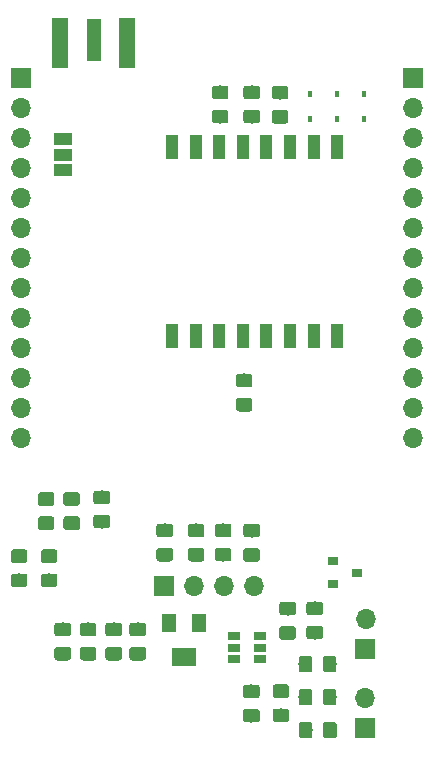
<source format=gbr>
G04 #@! TF.GenerationSoftware,KiCad,Pcbnew,(5.1.2)-2*
G04 #@! TF.CreationDate,2019-12-14T23:06:18+01:00*
G04 #@! TF.ProjectId,ttgot5,7474676f-7435-42e6-9b69-6361645f7063,rev?*
G04 #@! TF.SameCoordinates,Original*
G04 #@! TF.FileFunction,Soldermask,Bot*
G04 #@! TF.FilePolarity,Negative*
%FSLAX46Y46*%
G04 Gerber Fmt 4.6, Leading zero omitted, Abs format (unit mm)*
G04 Created by KiCad (PCBNEW (5.1.2)-2) date 2019-12-14 23:06:18*
%MOMM*%
%LPD*%
G04 APERTURE LIST*
%ADD10O,1.700000X1.700000*%
%ADD11R,1.700000X1.700000*%
%ADD12C,0.100000*%
%ADD13C,1.150000*%
%ADD14R,1.270000X3.600000*%
%ADD15R,1.350000X4.200000*%
%ADD16R,1.500000X1.000000*%
%ADD17R,0.450000X0.600000*%
%ADD18R,0.900000X0.800000*%
%ADD19R,1.060000X0.650000*%
%ADD20R,1.000000X2.000000*%
%ADD21R,1.300000X1.600000*%
%ADD22R,2.000000X1.600000*%
G04 APERTURE END LIST*
D10*
X131060400Y-151761200D03*
D11*
X131000000Y-154301200D03*
D10*
X131000000Y-158460000D03*
D11*
X131000000Y-161000000D03*
D12*
G36*
X124321305Y-159384204D02*
G01*
X124345573Y-159387804D01*
X124369372Y-159393765D01*
X124392471Y-159402030D01*
X124414650Y-159412520D01*
X124435693Y-159425132D01*
X124455399Y-159439747D01*
X124473577Y-159456223D01*
X124490053Y-159474401D01*
X124504668Y-159494107D01*
X124517280Y-159515150D01*
X124527770Y-159537329D01*
X124536035Y-159560428D01*
X124541996Y-159584227D01*
X124545596Y-159608495D01*
X124546800Y-159632999D01*
X124546800Y-160283001D01*
X124545596Y-160307505D01*
X124541996Y-160331773D01*
X124536035Y-160355572D01*
X124527770Y-160378671D01*
X124517280Y-160400850D01*
X124504668Y-160421893D01*
X124490053Y-160441599D01*
X124473577Y-160459777D01*
X124455399Y-160476253D01*
X124435693Y-160490868D01*
X124414650Y-160503480D01*
X124392471Y-160513970D01*
X124369372Y-160522235D01*
X124345573Y-160528196D01*
X124321305Y-160531796D01*
X124296801Y-160533000D01*
X123396799Y-160533000D01*
X123372295Y-160531796D01*
X123348027Y-160528196D01*
X123324228Y-160522235D01*
X123301129Y-160513970D01*
X123278950Y-160503480D01*
X123257907Y-160490868D01*
X123238201Y-160476253D01*
X123220023Y-160459777D01*
X123203547Y-160441599D01*
X123188932Y-160421893D01*
X123176320Y-160400850D01*
X123165830Y-160378671D01*
X123157565Y-160355572D01*
X123151604Y-160331773D01*
X123148004Y-160307505D01*
X123146800Y-160283001D01*
X123146800Y-159632999D01*
X123148004Y-159608495D01*
X123151604Y-159584227D01*
X123157565Y-159560428D01*
X123165830Y-159537329D01*
X123176320Y-159515150D01*
X123188932Y-159494107D01*
X123203547Y-159474401D01*
X123220023Y-159456223D01*
X123238201Y-159439747D01*
X123257907Y-159425132D01*
X123278950Y-159412520D01*
X123301129Y-159402030D01*
X123324228Y-159393765D01*
X123348027Y-159387804D01*
X123372295Y-159384204D01*
X123396799Y-159383000D01*
X124296801Y-159383000D01*
X124321305Y-159384204D01*
X124321305Y-159384204D01*
G37*
D13*
X123846800Y-159958000D03*
D12*
G36*
X124321305Y-157334204D02*
G01*
X124345573Y-157337804D01*
X124369372Y-157343765D01*
X124392471Y-157352030D01*
X124414650Y-157362520D01*
X124435693Y-157375132D01*
X124455399Y-157389747D01*
X124473577Y-157406223D01*
X124490053Y-157424401D01*
X124504668Y-157444107D01*
X124517280Y-157465150D01*
X124527770Y-157487329D01*
X124536035Y-157510428D01*
X124541996Y-157534227D01*
X124545596Y-157558495D01*
X124546800Y-157582999D01*
X124546800Y-158233001D01*
X124545596Y-158257505D01*
X124541996Y-158281773D01*
X124536035Y-158305572D01*
X124527770Y-158328671D01*
X124517280Y-158350850D01*
X124504668Y-158371893D01*
X124490053Y-158391599D01*
X124473577Y-158409777D01*
X124455399Y-158426253D01*
X124435693Y-158440868D01*
X124414650Y-158453480D01*
X124392471Y-158463970D01*
X124369372Y-158472235D01*
X124345573Y-158478196D01*
X124321305Y-158481796D01*
X124296801Y-158483000D01*
X123396799Y-158483000D01*
X123372295Y-158481796D01*
X123348027Y-158478196D01*
X123324228Y-158472235D01*
X123301129Y-158463970D01*
X123278950Y-158453480D01*
X123257907Y-158440868D01*
X123238201Y-158426253D01*
X123220023Y-158409777D01*
X123203547Y-158391599D01*
X123188932Y-158371893D01*
X123176320Y-158350850D01*
X123165830Y-158328671D01*
X123157565Y-158305572D01*
X123151604Y-158281773D01*
X123148004Y-158257505D01*
X123146800Y-158233001D01*
X123146800Y-157582999D01*
X123148004Y-157558495D01*
X123151604Y-157534227D01*
X123157565Y-157510428D01*
X123165830Y-157487329D01*
X123176320Y-157465150D01*
X123188932Y-157444107D01*
X123203547Y-157424401D01*
X123220023Y-157406223D01*
X123238201Y-157389747D01*
X123257907Y-157375132D01*
X123278950Y-157362520D01*
X123301129Y-157352030D01*
X123324228Y-157343765D01*
X123348027Y-157337804D01*
X123372295Y-157334204D01*
X123396799Y-157333000D01*
X124296801Y-157333000D01*
X124321305Y-157334204D01*
X124321305Y-157334204D01*
G37*
D13*
X123846800Y-157908000D03*
D12*
G36*
X121832105Y-159417004D02*
G01*
X121856373Y-159420604D01*
X121880172Y-159426565D01*
X121903271Y-159434830D01*
X121925450Y-159445320D01*
X121946493Y-159457932D01*
X121966199Y-159472547D01*
X121984377Y-159489023D01*
X122000853Y-159507201D01*
X122015468Y-159526907D01*
X122028080Y-159547950D01*
X122038570Y-159570129D01*
X122046835Y-159593228D01*
X122052796Y-159617027D01*
X122056396Y-159641295D01*
X122057600Y-159665799D01*
X122057600Y-160315801D01*
X122056396Y-160340305D01*
X122052796Y-160364573D01*
X122046835Y-160388372D01*
X122038570Y-160411471D01*
X122028080Y-160433650D01*
X122015468Y-160454693D01*
X122000853Y-160474399D01*
X121984377Y-160492577D01*
X121966199Y-160509053D01*
X121946493Y-160523668D01*
X121925450Y-160536280D01*
X121903271Y-160546770D01*
X121880172Y-160555035D01*
X121856373Y-160560996D01*
X121832105Y-160564596D01*
X121807601Y-160565800D01*
X120907599Y-160565800D01*
X120883095Y-160564596D01*
X120858827Y-160560996D01*
X120835028Y-160555035D01*
X120811929Y-160546770D01*
X120789750Y-160536280D01*
X120768707Y-160523668D01*
X120749001Y-160509053D01*
X120730823Y-160492577D01*
X120714347Y-160474399D01*
X120699732Y-160454693D01*
X120687120Y-160433650D01*
X120676630Y-160411471D01*
X120668365Y-160388372D01*
X120662404Y-160364573D01*
X120658804Y-160340305D01*
X120657600Y-160315801D01*
X120657600Y-159665799D01*
X120658804Y-159641295D01*
X120662404Y-159617027D01*
X120668365Y-159593228D01*
X120676630Y-159570129D01*
X120687120Y-159547950D01*
X120699732Y-159526907D01*
X120714347Y-159507201D01*
X120730823Y-159489023D01*
X120749001Y-159472547D01*
X120768707Y-159457932D01*
X120789750Y-159445320D01*
X120811929Y-159434830D01*
X120835028Y-159426565D01*
X120858827Y-159420604D01*
X120883095Y-159417004D01*
X120907599Y-159415800D01*
X121807601Y-159415800D01*
X121832105Y-159417004D01*
X121832105Y-159417004D01*
G37*
D13*
X121357600Y-159990800D03*
D12*
G36*
X121832105Y-157367004D02*
G01*
X121856373Y-157370604D01*
X121880172Y-157376565D01*
X121903271Y-157384830D01*
X121925450Y-157395320D01*
X121946493Y-157407932D01*
X121966199Y-157422547D01*
X121984377Y-157439023D01*
X122000853Y-157457201D01*
X122015468Y-157476907D01*
X122028080Y-157497950D01*
X122038570Y-157520129D01*
X122046835Y-157543228D01*
X122052796Y-157567027D01*
X122056396Y-157591295D01*
X122057600Y-157615799D01*
X122057600Y-158265801D01*
X122056396Y-158290305D01*
X122052796Y-158314573D01*
X122046835Y-158338372D01*
X122038570Y-158361471D01*
X122028080Y-158383650D01*
X122015468Y-158404693D01*
X122000853Y-158424399D01*
X121984377Y-158442577D01*
X121966199Y-158459053D01*
X121946493Y-158473668D01*
X121925450Y-158486280D01*
X121903271Y-158496770D01*
X121880172Y-158505035D01*
X121856373Y-158510996D01*
X121832105Y-158514596D01*
X121807601Y-158515800D01*
X120907599Y-158515800D01*
X120883095Y-158514596D01*
X120858827Y-158510996D01*
X120835028Y-158505035D01*
X120811929Y-158496770D01*
X120789750Y-158486280D01*
X120768707Y-158473668D01*
X120749001Y-158459053D01*
X120730823Y-158442577D01*
X120714347Y-158424399D01*
X120699732Y-158404693D01*
X120687120Y-158383650D01*
X120676630Y-158361471D01*
X120668365Y-158338372D01*
X120662404Y-158314573D01*
X120658804Y-158290305D01*
X120657600Y-158265801D01*
X120657600Y-157615799D01*
X120658804Y-157591295D01*
X120662404Y-157567027D01*
X120668365Y-157543228D01*
X120676630Y-157520129D01*
X120687120Y-157497950D01*
X120699732Y-157476907D01*
X120714347Y-157457201D01*
X120730823Y-157439023D01*
X120749001Y-157422547D01*
X120768707Y-157407932D01*
X120789750Y-157395320D01*
X120811929Y-157384830D01*
X120835028Y-157376565D01*
X120858827Y-157370604D01*
X120883095Y-157367004D01*
X120907599Y-157365800D01*
X121807601Y-157365800D01*
X121832105Y-157367004D01*
X121832105Y-157367004D01*
G37*
D13*
X121357600Y-157940800D03*
D14*
X108000000Y-102800000D03*
D15*
X110825000Y-103000000D03*
X105175000Y-103000000D03*
D12*
G36*
X102172505Y-145904204D02*
G01*
X102196773Y-145907804D01*
X102220572Y-145913765D01*
X102243671Y-145922030D01*
X102265850Y-145932520D01*
X102286893Y-145945132D01*
X102306599Y-145959747D01*
X102324777Y-145976223D01*
X102341253Y-145994401D01*
X102355868Y-146014107D01*
X102368480Y-146035150D01*
X102378970Y-146057329D01*
X102387235Y-146080428D01*
X102393196Y-146104227D01*
X102396796Y-146128495D01*
X102398000Y-146152999D01*
X102398000Y-146803001D01*
X102396796Y-146827505D01*
X102393196Y-146851773D01*
X102387235Y-146875572D01*
X102378970Y-146898671D01*
X102368480Y-146920850D01*
X102355868Y-146941893D01*
X102341253Y-146961599D01*
X102324777Y-146979777D01*
X102306599Y-146996253D01*
X102286893Y-147010868D01*
X102265850Y-147023480D01*
X102243671Y-147033970D01*
X102220572Y-147042235D01*
X102196773Y-147048196D01*
X102172505Y-147051796D01*
X102148001Y-147053000D01*
X101247999Y-147053000D01*
X101223495Y-147051796D01*
X101199227Y-147048196D01*
X101175428Y-147042235D01*
X101152329Y-147033970D01*
X101130150Y-147023480D01*
X101109107Y-147010868D01*
X101089401Y-146996253D01*
X101071223Y-146979777D01*
X101054747Y-146961599D01*
X101040132Y-146941893D01*
X101027520Y-146920850D01*
X101017030Y-146898671D01*
X101008765Y-146875572D01*
X101002804Y-146851773D01*
X100999204Y-146827505D01*
X100998000Y-146803001D01*
X100998000Y-146152999D01*
X100999204Y-146128495D01*
X101002804Y-146104227D01*
X101008765Y-146080428D01*
X101017030Y-146057329D01*
X101027520Y-146035150D01*
X101040132Y-146014107D01*
X101054747Y-145994401D01*
X101071223Y-145976223D01*
X101089401Y-145959747D01*
X101109107Y-145945132D01*
X101130150Y-145932520D01*
X101152329Y-145922030D01*
X101175428Y-145913765D01*
X101199227Y-145907804D01*
X101223495Y-145904204D01*
X101247999Y-145903000D01*
X102148001Y-145903000D01*
X102172505Y-145904204D01*
X102172505Y-145904204D01*
G37*
D13*
X101698000Y-146478000D03*
D12*
G36*
X102172505Y-147954204D02*
G01*
X102196773Y-147957804D01*
X102220572Y-147963765D01*
X102243671Y-147972030D01*
X102265850Y-147982520D01*
X102286893Y-147995132D01*
X102306599Y-148009747D01*
X102324777Y-148026223D01*
X102341253Y-148044401D01*
X102355868Y-148064107D01*
X102368480Y-148085150D01*
X102378970Y-148107329D01*
X102387235Y-148130428D01*
X102393196Y-148154227D01*
X102396796Y-148178495D01*
X102398000Y-148202999D01*
X102398000Y-148853001D01*
X102396796Y-148877505D01*
X102393196Y-148901773D01*
X102387235Y-148925572D01*
X102378970Y-148948671D01*
X102368480Y-148970850D01*
X102355868Y-148991893D01*
X102341253Y-149011599D01*
X102324777Y-149029777D01*
X102306599Y-149046253D01*
X102286893Y-149060868D01*
X102265850Y-149073480D01*
X102243671Y-149083970D01*
X102220572Y-149092235D01*
X102196773Y-149098196D01*
X102172505Y-149101796D01*
X102148001Y-149103000D01*
X101247999Y-149103000D01*
X101223495Y-149101796D01*
X101199227Y-149098196D01*
X101175428Y-149092235D01*
X101152329Y-149083970D01*
X101130150Y-149073480D01*
X101109107Y-149060868D01*
X101089401Y-149046253D01*
X101071223Y-149029777D01*
X101054747Y-149011599D01*
X101040132Y-148991893D01*
X101027520Y-148970850D01*
X101017030Y-148948671D01*
X101008765Y-148925572D01*
X101002804Y-148901773D01*
X100999204Y-148877505D01*
X100998000Y-148853001D01*
X100998000Y-148202999D01*
X100999204Y-148178495D01*
X101002804Y-148154227D01*
X101008765Y-148130428D01*
X101017030Y-148107329D01*
X101027520Y-148085150D01*
X101040132Y-148064107D01*
X101054747Y-148044401D01*
X101071223Y-148026223D01*
X101089401Y-148009747D01*
X101109107Y-147995132D01*
X101130150Y-147982520D01*
X101152329Y-147972030D01*
X101175428Y-147963765D01*
X101199227Y-147957804D01*
X101223495Y-147954204D01*
X101247999Y-147953000D01*
X102148001Y-147953000D01*
X102172505Y-147954204D01*
X102172505Y-147954204D01*
G37*
D13*
X101698000Y-148528000D03*
D12*
G36*
X104458505Y-143119204D02*
G01*
X104482773Y-143122804D01*
X104506572Y-143128765D01*
X104529671Y-143137030D01*
X104551850Y-143147520D01*
X104572893Y-143160132D01*
X104592599Y-143174747D01*
X104610777Y-143191223D01*
X104627253Y-143209401D01*
X104641868Y-143229107D01*
X104654480Y-143250150D01*
X104664970Y-143272329D01*
X104673235Y-143295428D01*
X104679196Y-143319227D01*
X104682796Y-143343495D01*
X104684000Y-143367999D01*
X104684000Y-144018001D01*
X104682796Y-144042505D01*
X104679196Y-144066773D01*
X104673235Y-144090572D01*
X104664970Y-144113671D01*
X104654480Y-144135850D01*
X104641868Y-144156893D01*
X104627253Y-144176599D01*
X104610777Y-144194777D01*
X104592599Y-144211253D01*
X104572893Y-144225868D01*
X104551850Y-144238480D01*
X104529671Y-144248970D01*
X104506572Y-144257235D01*
X104482773Y-144263196D01*
X104458505Y-144266796D01*
X104434001Y-144268000D01*
X103533999Y-144268000D01*
X103509495Y-144266796D01*
X103485227Y-144263196D01*
X103461428Y-144257235D01*
X103438329Y-144248970D01*
X103416150Y-144238480D01*
X103395107Y-144225868D01*
X103375401Y-144211253D01*
X103357223Y-144194777D01*
X103340747Y-144176599D01*
X103326132Y-144156893D01*
X103313520Y-144135850D01*
X103303030Y-144113671D01*
X103294765Y-144090572D01*
X103288804Y-144066773D01*
X103285204Y-144042505D01*
X103284000Y-144018001D01*
X103284000Y-143367999D01*
X103285204Y-143343495D01*
X103288804Y-143319227D01*
X103294765Y-143295428D01*
X103303030Y-143272329D01*
X103313520Y-143250150D01*
X103326132Y-143229107D01*
X103340747Y-143209401D01*
X103357223Y-143191223D01*
X103375401Y-143174747D01*
X103395107Y-143160132D01*
X103416150Y-143147520D01*
X103438329Y-143137030D01*
X103461428Y-143128765D01*
X103485227Y-143122804D01*
X103509495Y-143119204D01*
X103533999Y-143118000D01*
X104434001Y-143118000D01*
X104458505Y-143119204D01*
X104458505Y-143119204D01*
G37*
D13*
X103984000Y-143693000D03*
D12*
G36*
X104458505Y-141069204D02*
G01*
X104482773Y-141072804D01*
X104506572Y-141078765D01*
X104529671Y-141087030D01*
X104551850Y-141097520D01*
X104572893Y-141110132D01*
X104592599Y-141124747D01*
X104610777Y-141141223D01*
X104627253Y-141159401D01*
X104641868Y-141179107D01*
X104654480Y-141200150D01*
X104664970Y-141222329D01*
X104673235Y-141245428D01*
X104679196Y-141269227D01*
X104682796Y-141293495D01*
X104684000Y-141317999D01*
X104684000Y-141968001D01*
X104682796Y-141992505D01*
X104679196Y-142016773D01*
X104673235Y-142040572D01*
X104664970Y-142063671D01*
X104654480Y-142085850D01*
X104641868Y-142106893D01*
X104627253Y-142126599D01*
X104610777Y-142144777D01*
X104592599Y-142161253D01*
X104572893Y-142175868D01*
X104551850Y-142188480D01*
X104529671Y-142198970D01*
X104506572Y-142207235D01*
X104482773Y-142213196D01*
X104458505Y-142216796D01*
X104434001Y-142218000D01*
X103533999Y-142218000D01*
X103509495Y-142216796D01*
X103485227Y-142213196D01*
X103461428Y-142207235D01*
X103438329Y-142198970D01*
X103416150Y-142188480D01*
X103395107Y-142175868D01*
X103375401Y-142161253D01*
X103357223Y-142144777D01*
X103340747Y-142126599D01*
X103326132Y-142106893D01*
X103313520Y-142085850D01*
X103303030Y-142063671D01*
X103294765Y-142040572D01*
X103288804Y-142016773D01*
X103285204Y-141992505D01*
X103284000Y-141968001D01*
X103284000Y-141317999D01*
X103285204Y-141293495D01*
X103288804Y-141269227D01*
X103294765Y-141245428D01*
X103303030Y-141222329D01*
X103313520Y-141200150D01*
X103326132Y-141179107D01*
X103340747Y-141159401D01*
X103357223Y-141141223D01*
X103375401Y-141124747D01*
X103395107Y-141110132D01*
X103416150Y-141097520D01*
X103438329Y-141087030D01*
X103461428Y-141078765D01*
X103485227Y-141072804D01*
X103509495Y-141069204D01*
X103533999Y-141068000D01*
X104434001Y-141068000D01*
X104458505Y-141069204D01*
X104458505Y-141069204D01*
G37*
D13*
X103984000Y-141643000D03*
D12*
G36*
X121222505Y-131036204D02*
G01*
X121246773Y-131039804D01*
X121270572Y-131045765D01*
X121293671Y-131054030D01*
X121315850Y-131064520D01*
X121336893Y-131077132D01*
X121356599Y-131091747D01*
X121374777Y-131108223D01*
X121391253Y-131126401D01*
X121405868Y-131146107D01*
X121418480Y-131167150D01*
X121428970Y-131189329D01*
X121437235Y-131212428D01*
X121443196Y-131236227D01*
X121446796Y-131260495D01*
X121448000Y-131284999D01*
X121448000Y-131935001D01*
X121446796Y-131959505D01*
X121443196Y-131983773D01*
X121437235Y-132007572D01*
X121428970Y-132030671D01*
X121418480Y-132052850D01*
X121405868Y-132073893D01*
X121391253Y-132093599D01*
X121374777Y-132111777D01*
X121356599Y-132128253D01*
X121336893Y-132142868D01*
X121315850Y-132155480D01*
X121293671Y-132165970D01*
X121270572Y-132174235D01*
X121246773Y-132180196D01*
X121222505Y-132183796D01*
X121198001Y-132185000D01*
X120297999Y-132185000D01*
X120273495Y-132183796D01*
X120249227Y-132180196D01*
X120225428Y-132174235D01*
X120202329Y-132165970D01*
X120180150Y-132155480D01*
X120159107Y-132142868D01*
X120139401Y-132128253D01*
X120121223Y-132111777D01*
X120104747Y-132093599D01*
X120090132Y-132073893D01*
X120077520Y-132052850D01*
X120067030Y-132030671D01*
X120058765Y-132007572D01*
X120052804Y-131983773D01*
X120049204Y-131959505D01*
X120048000Y-131935001D01*
X120048000Y-131284999D01*
X120049204Y-131260495D01*
X120052804Y-131236227D01*
X120058765Y-131212428D01*
X120067030Y-131189329D01*
X120077520Y-131167150D01*
X120090132Y-131146107D01*
X120104747Y-131126401D01*
X120121223Y-131108223D01*
X120139401Y-131091747D01*
X120159107Y-131077132D01*
X120180150Y-131064520D01*
X120202329Y-131054030D01*
X120225428Y-131045765D01*
X120249227Y-131039804D01*
X120273495Y-131036204D01*
X120297999Y-131035000D01*
X121198001Y-131035000D01*
X121222505Y-131036204D01*
X121222505Y-131036204D01*
G37*
D13*
X120748000Y-131610000D03*
D12*
G36*
X121222505Y-133086204D02*
G01*
X121246773Y-133089804D01*
X121270572Y-133095765D01*
X121293671Y-133104030D01*
X121315850Y-133114520D01*
X121336893Y-133127132D01*
X121356599Y-133141747D01*
X121374777Y-133158223D01*
X121391253Y-133176401D01*
X121405868Y-133196107D01*
X121418480Y-133217150D01*
X121428970Y-133239329D01*
X121437235Y-133262428D01*
X121443196Y-133286227D01*
X121446796Y-133310495D01*
X121448000Y-133334999D01*
X121448000Y-133985001D01*
X121446796Y-134009505D01*
X121443196Y-134033773D01*
X121437235Y-134057572D01*
X121428970Y-134080671D01*
X121418480Y-134102850D01*
X121405868Y-134123893D01*
X121391253Y-134143599D01*
X121374777Y-134161777D01*
X121356599Y-134178253D01*
X121336893Y-134192868D01*
X121315850Y-134205480D01*
X121293671Y-134215970D01*
X121270572Y-134224235D01*
X121246773Y-134230196D01*
X121222505Y-134233796D01*
X121198001Y-134235000D01*
X120297999Y-134235000D01*
X120273495Y-134233796D01*
X120249227Y-134230196D01*
X120225428Y-134224235D01*
X120202329Y-134215970D01*
X120180150Y-134205480D01*
X120159107Y-134192868D01*
X120139401Y-134178253D01*
X120121223Y-134161777D01*
X120104747Y-134143599D01*
X120090132Y-134123893D01*
X120077520Y-134102850D01*
X120067030Y-134080671D01*
X120058765Y-134057572D01*
X120052804Y-134033773D01*
X120049204Y-134009505D01*
X120048000Y-133985001D01*
X120048000Y-133334999D01*
X120049204Y-133310495D01*
X120052804Y-133286227D01*
X120058765Y-133262428D01*
X120067030Y-133239329D01*
X120077520Y-133217150D01*
X120090132Y-133196107D01*
X120104747Y-133176401D01*
X120121223Y-133158223D01*
X120139401Y-133141747D01*
X120159107Y-133127132D01*
X120180150Y-133114520D01*
X120202329Y-133104030D01*
X120225428Y-133095765D01*
X120249227Y-133089804D01*
X120273495Y-133086204D01*
X120297999Y-133085000D01*
X121198001Y-133085000D01*
X121222505Y-133086204D01*
X121222505Y-133086204D01*
G37*
D13*
X120748000Y-133660000D03*
D16*
X105381000Y-112500000D03*
X105381000Y-113800000D03*
X105381000Y-111200000D03*
D12*
G36*
X124270505Y-106661204D02*
G01*
X124294773Y-106664804D01*
X124318572Y-106670765D01*
X124341671Y-106679030D01*
X124363850Y-106689520D01*
X124384893Y-106702132D01*
X124404599Y-106716747D01*
X124422777Y-106733223D01*
X124439253Y-106751401D01*
X124453868Y-106771107D01*
X124466480Y-106792150D01*
X124476970Y-106814329D01*
X124485235Y-106837428D01*
X124491196Y-106861227D01*
X124494796Y-106885495D01*
X124496000Y-106909999D01*
X124496000Y-107560001D01*
X124494796Y-107584505D01*
X124491196Y-107608773D01*
X124485235Y-107632572D01*
X124476970Y-107655671D01*
X124466480Y-107677850D01*
X124453868Y-107698893D01*
X124439253Y-107718599D01*
X124422777Y-107736777D01*
X124404599Y-107753253D01*
X124384893Y-107767868D01*
X124363850Y-107780480D01*
X124341671Y-107790970D01*
X124318572Y-107799235D01*
X124294773Y-107805196D01*
X124270505Y-107808796D01*
X124246001Y-107810000D01*
X123345999Y-107810000D01*
X123321495Y-107808796D01*
X123297227Y-107805196D01*
X123273428Y-107799235D01*
X123250329Y-107790970D01*
X123228150Y-107780480D01*
X123207107Y-107767868D01*
X123187401Y-107753253D01*
X123169223Y-107736777D01*
X123152747Y-107718599D01*
X123138132Y-107698893D01*
X123125520Y-107677850D01*
X123115030Y-107655671D01*
X123106765Y-107632572D01*
X123100804Y-107608773D01*
X123097204Y-107584505D01*
X123096000Y-107560001D01*
X123096000Y-106909999D01*
X123097204Y-106885495D01*
X123100804Y-106861227D01*
X123106765Y-106837428D01*
X123115030Y-106814329D01*
X123125520Y-106792150D01*
X123138132Y-106771107D01*
X123152747Y-106751401D01*
X123169223Y-106733223D01*
X123187401Y-106716747D01*
X123207107Y-106702132D01*
X123228150Y-106689520D01*
X123250329Y-106679030D01*
X123273428Y-106670765D01*
X123297227Y-106664804D01*
X123321495Y-106661204D01*
X123345999Y-106660000D01*
X124246001Y-106660000D01*
X124270505Y-106661204D01*
X124270505Y-106661204D01*
G37*
D13*
X123796000Y-107235000D03*
D12*
G36*
X124270505Y-108711204D02*
G01*
X124294773Y-108714804D01*
X124318572Y-108720765D01*
X124341671Y-108729030D01*
X124363850Y-108739520D01*
X124384893Y-108752132D01*
X124404599Y-108766747D01*
X124422777Y-108783223D01*
X124439253Y-108801401D01*
X124453868Y-108821107D01*
X124466480Y-108842150D01*
X124476970Y-108864329D01*
X124485235Y-108887428D01*
X124491196Y-108911227D01*
X124494796Y-108935495D01*
X124496000Y-108959999D01*
X124496000Y-109610001D01*
X124494796Y-109634505D01*
X124491196Y-109658773D01*
X124485235Y-109682572D01*
X124476970Y-109705671D01*
X124466480Y-109727850D01*
X124453868Y-109748893D01*
X124439253Y-109768599D01*
X124422777Y-109786777D01*
X124404599Y-109803253D01*
X124384893Y-109817868D01*
X124363850Y-109830480D01*
X124341671Y-109840970D01*
X124318572Y-109849235D01*
X124294773Y-109855196D01*
X124270505Y-109858796D01*
X124246001Y-109860000D01*
X123345999Y-109860000D01*
X123321495Y-109858796D01*
X123297227Y-109855196D01*
X123273428Y-109849235D01*
X123250329Y-109840970D01*
X123228150Y-109830480D01*
X123207107Y-109817868D01*
X123187401Y-109803253D01*
X123169223Y-109786777D01*
X123152747Y-109768599D01*
X123138132Y-109748893D01*
X123125520Y-109727850D01*
X123115030Y-109705671D01*
X123106765Y-109682572D01*
X123100804Y-109658773D01*
X123097204Y-109634505D01*
X123096000Y-109610001D01*
X123096000Y-108959999D01*
X123097204Y-108935495D01*
X123100804Y-108911227D01*
X123106765Y-108887428D01*
X123115030Y-108864329D01*
X123125520Y-108842150D01*
X123138132Y-108821107D01*
X123152747Y-108801401D01*
X123169223Y-108783223D01*
X123187401Y-108766747D01*
X123207107Y-108752132D01*
X123228150Y-108739520D01*
X123250329Y-108729030D01*
X123273428Y-108720765D01*
X123297227Y-108714804D01*
X123321495Y-108711204D01*
X123345999Y-108710000D01*
X124246001Y-108710000D01*
X124270505Y-108711204D01*
X124270505Y-108711204D01*
G37*
D13*
X123796000Y-109285000D03*
D12*
G36*
X114491505Y-143736204D02*
G01*
X114515773Y-143739804D01*
X114539572Y-143745765D01*
X114562671Y-143754030D01*
X114584850Y-143764520D01*
X114605893Y-143777132D01*
X114625599Y-143791747D01*
X114643777Y-143808223D01*
X114660253Y-143826401D01*
X114674868Y-143846107D01*
X114687480Y-143867150D01*
X114697970Y-143889329D01*
X114706235Y-143912428D01*
X114712196Y-143936227D01*
X114715796Y-143960495D01*
X114717000Y-143984999D01*
X114717000Y-144635001D01*
X114715796Y-144659505D01*
X114712196Y-144683773D01*
X114706235Y-144707572D01*
X114697970Y-144730671D01*
X114687480Y-144752850D01*
X114674868Y-144773893D01*
X114660253Y-144793599D01*
X114643777Y-144811777D01*
X114625599Y-144828253D01*
X114605893Y-144842868D01*
X114584850Y-144855480D01*
X114562671Y-144865970D01*
X114539572Y-144874235D01*
X114515773Y-144880196D01*
X114491505Y-144883796D01*
X114467001Y-144885000D01*
X113566999Y-144885000D01*
X113542495Y-144883796D01*
X113518227Y-144880196D01*
X113494428Y-144874235D01*
X113471329Y-144865970D01*
X113449150Y-144855480D01*
X113428107Y-144842868D01*
X113408401Y-144828253D01*
X113390223Y-144811777D01*
X113373747Y-144793599D01*
X113359132Y-144773893D01*
X113346520Y-144752850D01*
X113336030Y-144730671D01*
X113327765Y-144707572D01*
X113321804Y-144683773D01*
X113318204Y-144659505D01*
X113317000Y-144635001D01*
X113317000Y-143984999D01*
X113318204Y-143960495D01*
X113321804Y-143936227D01*
X113327765Y-143912428D01*
X113336030Y-143889329D01*
X113346520Y-143867150D01*
X113359132Y-143846107D01*
X113373747Y-143826401D01*
X113390223Y-143808223D01*
X113408401Y-143791747D01*
X113428107Y-143777132D01*
X113449150Y-143764520D01*
X113471329Y-143754030D01*
X113494428Y-143745765D01*
X113518227Y-143739804D01*
X113542495Y-143736204D01*
X113566999Y-143735000D01*
X114467001Y-143735000D01*
X114491505Y-143736204D01*
X114491505Y-143736204D01*
G37*
D13*
X114017000Y-144310000D03*
D12*
G36*
X114491505Y-145786204D02*
G01*
X114515773Y-145789804D01*
X114539572Y-145795765D01*
X114562671Y-145804030D01*
X114584850Y-145814520D01*
X114605893Y-145827132D01*
X114625599Y-145841747D01*
X114643777Y-145858223D01*
X114660253Y-145876401D01*
X114674868Y-145896107D01*
X114687480Y-145917150D01*
X114697970Y-145939329D01*
X114706235Y-145962428D01*
X114712196Y-145986227D01*
X114715796Y-146010495D01*
X114717000Y-146034999D01*
X114717000Y-146685001D01*
X114715796Y-146709505D01*
X114712196Y-146733773D01*
X114706235Y-146757572D01*
X114697970Y-146780671D01*
X114687480Y-146802850D01*
X114674868Y-146823893D01*
X114660253Y-146843599D01*
X114643777Y-146861777D01*
X114625599Y-146878253D01*
X114605893Y-146892868D01*
X114584850Y-146905480D01*
X114562671Y-146915970D01*
X114539572Y-146924235D01*
X114515773Y-146930196D01*
X114491505Y-146933796D01*
X114467001Y-146935000D01*
X113566999Y-146935000D01*
X113542495Y-146933796D01*
X113518227Y-146930196D01*
X113494428Y-146924235D01*
X113471329Y-146915970D01*
X113449150Y-146905480D01*
X113428107Y-146892868D01*
X113408401Y-146878253D01*
X113390223Y-146861777D01*
X113373747Y-146843599D01*
X113359132Y-146823893D01*
X113346520Y-146802850D01*
X113336030Y-146780671D01*
X113327765Y-146757572D01*
X113321804Y-146733773D01*
X113318204Y-146709505D01*
X113317000Y-146685001D01*
X113317000Y-146034999D01*
X113318204Y-146010495D01*
X113321804Y-145986227D01*
X113327765Y-145962428D01*
X113336030Y-145939329D01*
X113346520Y-145917150D01*
X113359132Y-145896107D01*
X113373747Y-145876401D01*
X113390223Y-145858223D01*
X113408401Y-145841747D01*
X113428107Y-145827132D01*
X113449150Y-145814520D01*
X113471329Y-145804030D01*
X113494428Y-145795765D01*
X113518227Y-145789804D01*
X113542495Y-145786204D01*
X113566999Y-145785000D01*
X114467001Y-145785000D01*
X114491505Y-145786204D01*
X114491505Y-145786204D01*
G37*
D13*
X114017000Y-146360000D03*
D12*
G36*
X126286505Y-157717204D02*
G01*
X126310773Y-157720804D01*
X126334572Y-157726765D01*
X126357671Y-157735030D01*
X126379850Y-157745520D01*
X126400893Y-157758132D01*
X126420599Y-157772747D01*
X126438777Y-157789223D01*
X126455253Y-157807401D01*
X126469868Y-157827107D01*
X126482480Y-157848150D01*
X126492970Y-157870329D01*
X126501235Y-157893428D01*
X126507196Y-157917227D01*
X126510796Y-157941495D01*
X126512000Y-157965999D01*
X126512000Y-158866001D01*
X126510796Y-158890505D01*
X126507196Y-158914773D01*
X126501235Y-158938572D01*
X126492970Y-158961671D01*
X126482480Y-158983850D01*
X126469868Y-159004893D01*
X126455253Y-159024599D01*
X126438777Y-159042777D01*
X126420599Y-159059253D01*
X126400893Y-159073868D01*
X126379850Y-159086480D01*
X126357671Y-159096970D01*
X126334572Y-159105235D01*
X126310773Y-159111196D01*
X126286505Y-159114796D01*
X126262001Y-159116000D01*
X125611999Y-159116000D01*
X125587495Y-159114796D01*
X125563227Y-159111196D01*
X125539428Y-159105235D01*
X125516329Y-159096970D01*
X125494150Y-159086480D01*
X125473107Y-159073868D01*
X125453401Y-159059253D01*
X125435223Y-159042777D01*
X125418747Y-159024599D01*
X125404132Y-159004893D01*
X125391520Y-158983850D01*
X125381030Y-158961671D01*
X125372765Y-158938572D01*
X125366804Y-158914773D01*
X125363204Y-158890505D01*
X125362000Y-158866001D01*
X125362000Y-157965999D01*
X125363204Y-157941495D01*
X125366804Y-157917227D01*
X125372765Y-157893428D01*
X125381030Y-157870329D01*
X125391520Y-157848150D01*
X125404132Y-157827107D01*
X125418747Y-157807401D01*
X125435223Y-157789223D01*
X125453401Y-157772747D01*
X125473107Y-157758132D01*
X125494150Y-157745520D01*
X125516329Y-157735030D01*
X125539428Y-157726765D01*
X125563227Y-157720804D01*
X125587495Y-157717204D01*
X125611999Y-157716000D01*
X126262001Y-157716000D01*
X126286505Y-157717204D01*
X126286505Y-157717204D01*
G37*
D13*
X125937000Y-158416000D03*
D12*
G36*
X128336505Y-157717204D02*
G01*
X128360773Y-157720804D01*
X128384572Y-157726765D01*
X128407671Y-157735030D01*
X128429850Y-157745520D01*
X128450893Y-157758132D01*
X128470599Y-157772747D01*
X128488777Y-157789223D01*
X128505253Y-157807401D01*
X128519868Y-157827107D01*
X128532480Y-157848150D01*
X128542970Y-157870329D01*
X128551235Y-157893428D01*
X128557196Y-157917227D01*
X128560796Y-157941495D01*
X128562000Y-157965999D01*
X128562000Y-158866001D01*
X128560796Y-158890505D01*
X128557196Y-158914773D01*
X128551235Y-158938572D01*
X128542970Y-158961671D01*
X128532480Y-158983850D01*
X128519868Y-159004893D01*
X128505253Y-159024599D01*
X128488777Y-159042777D01*
X128470599Y-159059253D01*
X128450893Y-159073868D01*
X128429850Y-159086480D01*
X128407671Y-159096970D01*
X128384572Y-159105235D01*
X128360773Y-159111196D01*
X128336505Y-159114796D01*
X128312001Y-159116000D01*
X127661999Y-159116000D01*
X127637495Y-159114796D01*
X127613227Y-159111196D01*
X127589428Y-159105235D01*
X127566329Y-159096970D01*
X127544150Y-159086480D01*
X127523107Y-159073868D01*
X127503401Y-159059253D01*
X127485223Y-159042777D01*
X127468747Y-159024599D01*
X127454132Y-159004893D01*
X127441520Y-158983850D01*
X127431030Y-158961671D01*
X127422765Y-158938572D01*
X127416804Y-158914773D01*
X127413204Y-158890505D01*
X127412000Y-158866001D01*
X127412000Y-157965999D01*
X127413204Y-157941495D01*
X127416804Y-157917227D01*
X127422765Y-157893428D01*
X127431030Y-157870329D01*
X127441520Y-157848150D01*
X127454132Y-157827107D01*
X127468747Y-157807401D01*
X127485223Y-157789223D01*
X127503401Y-157772747D01*
X127523107Y-157758132D01*
X127544150Y-157745520D01*
X127566329Y-157735030D01*
X127589428Y-157726765D01*
X127613227Y-157720804D01*
X127637495Y-157717204D01*
X127661999Y-157716000D01*
X128312001Y-157716000D01*
X128336505Y-157717204D01*
X128336505Y-157717204D01*
G37*
D13*
X127987000Y-158416000D03*
D12*
G36*
X121857505Y-108693204D02*
G01*
X121881773Y-108696804D01*
X121905572Y-108702765D01*
X121928671Y-108711030D01*
X121950850Y-108721520D01*
X121971893Y-108734132D01*
X121991599Y-108748747D01*
X122009777Y-108765223D01*
X122026253Y-108783401D01*
X122040868Y-108803107D01*
X122053480Y-108824150D01*
X122063970Y-108846329D01*
X122072235Y-108869428D01*
X122078196Y-108893227D01*
X122081796Y-108917495D01*
X122083000Y-108941999D01*
X122083000Y-109592001D01*
X122081796Y-109616505D01*
X122078196Y-109640773D01*
X122072235Y-109664572D01*
X122063970Y-109687671D01*
X122053480Y-109709850D01*
X122040868Y-109730893D01*
X122026253Y-109750599D01*
X122009777Y-109768777D01*
X121991599Y-109785253D01*
X121971893Y-109799868D01*
X121950850Y-109812480D01*
X121928671Y-109822970D01*
X121905572Y-109831235D01*
X121881773Y-109837196D01*
X121857505Y-109840796D01*
X121833001Y-109842000D01*
X120932999Y-109842000D01*
X120908495Y-109840796D01*
X120884227Y-109837196D01*
X120860428Y-109831235D01*
X120837329Y-109822970D01*
X120815150Y-109812480D01*
X120794107Y-109799868D01*
X120774401Y-109785253D01*
X120756223Y-109768777D01*
X120739747Y-109750599D01*
X120725132Y-109730893D01*
X120712520Y-109709850D01*
X120702030Y-109687671D01*
X120693765Y-109664572D01*
X120687804Y-109640773D01*
X120684204Y-109616505D01*
X120683000Y-109592001D01*
X120683000Y-108941999D01*
X120684204Y-108917495D01*
X120687804Y-108893227D01*
X120693765Y-108869428D01*
X120702030Y-108846329D01*
X120712520Y-108824150D01*
X120725132Y-108803107D01*
X120739747Y-108783401D01*
X120756223Y-108765223D01*
X120774401Y-108748747D01*
X120794107Y-108734132D01*
X120815150Y-108721520D01*
X120837329Y-108711030D01*
X120860428Y-108702765D01*
X120884227Y-108696804D01*
X120908495Y-108693204D01*
X120932999Y-108692000D01*
X121833001Y-108692000D01*
X121857505Y-108693204D01*
X121857505Y-108693204D01*
G37*
D13*
X121383000Y-109267000D03*
D12*
G36*
X121857505Y-106643204D02*
G01*
X121881773Y-106646804D01*
X121905572Y-106652765D01*
X121928671Y-106661030D01*
X121950850Y-106671520D01*
X121971893Y-106684132D01*
X121991599Y-106698747D01*
X122009777Y-106715223D01*
X122026253Y-106733401D01*
X122040868Y-106753107D01*
X122053480Y-106774150D01*
X122063970Y-106796329D01*
X122072235Y-106819428D01*
X122078196Y-106843227D01*
X122081796Y-106867495D01*
X122083000Y-106891999D01*
X122083000Y-107542001D01*
X122081796Y-107566505D01*
X122078196Y-107590773D01*
X122072235Y-107614572D01*
X122063970Y-107637671D01*
X122053480Y-107659850D01*
X122040868Y-107680893D01*
X122026253Y-107700599D01*
X122009777Y-107718777D01*
X121991599Y-107735253D01*
X121971893Y-107749868D01*
X121950850Y-107762480D01*
X121928671Y-107772970D01*
X121905572Y-107781235D01*
X121881773Y-107787196D01*
X121857505Y-107790796D01*
X121833001Y-107792000D01*
X120932999Y-107792000D01*
X120908495Y-107790796D01*
X120884227Y-107787196D01*
X120860428Y-107781235D01*
X120837329Y-107772970D01*
X120815150Y-107762480D01*
X120794107Y-107749868D01*
X120774401Y-107735253D01*
X120756223Y-107718777D01*
X120739747Y-107700599D01*
X120725132Y-107680893D01*
X120712520Y-107659850D01*
X120702030Y-107637671D01*
X120693765Y-107614572D01*
X120687804Y-107590773D01*
X120684204Y-107566505D01*
X120683000Y-107542001D01*
X120683000Y-106891999D01*
X120684204Y-106867495D01*
X120687804Y-106843227D01*
X120693765Y-106819428D01*
X120702030Y-106796329D01*
X120712520Y-106774150D01*
X120725132Y-106753107D01*
X120739747Y-106733401D01*
X120756223Y-106715223D01*
X120774401Y-106698747D01*
X120794107Y-106684132D01*
X120815150Y-106671520D01*
X120837329Y-106661030D01*
X120860428Y-106652765D01*
X120884227Y-106646804D01*
X120908495Y-106643204D01*
X120932999Y-106642000D01*
X121833001Y-106642000D01*
X121857505Y-106643204D01*
X121857505Y-106643204D01*
G37*
D13*
X121383000Y-107217000D03*
D17*
X130908000Y-109428000D03*
X130908000Y-107328000D03*
X128622000Y-107328000D03*
X128622000Y-109428000D03*
X126336000Y-109428000D03*
X126336000Y-107328000D03*
D11*
X101850000Y-106000000D03*
D10*
X101850000Y-108540000D03*
X101850000Y-111080000D03*
X101850000Y-113620000D03*
X101850000Y-116160000D03*
X101850000Y-118700000D03*
X101850000Y-121240000D03*
X101850000Y-123780000D03*
X101850000Y-126320000D03*
X101850000Y-128860000D03*
X101850000Y-131400000D03*
X101850000Y-133940000D03*
X101850000Y-136480000D03*
X135000000Y-136480000D03*
X135000000Y-133940000D03*
X135000000Y-131400000D03*
X135000000Y-128860000D03*
X135000000Y-126320000D03*
X135000000Y-123780000D03*
X135000000Y-121240000D03*
X135000000Y-118700000D03*
X135000000Y-116160000D03*
X135000000Y-113620000D03*
X135000000Y-111080000D03*
X135000000Y-108540000D03*
D11*
X135000000Y-106000000D03*
X114000000Y-149000000D03*
D10*
X116540000Y-149000000D03*
X119080000Y-149000000D03*
X121620000Y-149000000D03*
D18*
X128273000Y-148825000D03*
X128273000Y-146925000D03*
X130273000Y-147875000D03*
D12*
G36*
X112205505Y-152118204D02*
G01*
X112229773Y-152121804D01*
X112253572Y-152127765D01*
X112276671Y-152136030D01*
X112298850Y-152146520D01*
X112319893Y-152159132D01*
X112339599Y-152173747D01*
X112357777Y-152190223D01*
X112374253Y-152208401D01*
X112388868Y-152228107D01*
X112401480Y-152249150D01*
X112411970Y-152271329D01*
X112420235Y-152294428D01*
X112426196Y-152318227D01*
X112429796Y-152342495D01*
X112431000Y-152366999D01*
X112431000Y-153017001D01*
X112429796Y-153041505D01*
X112426196Y-153065773D01*
X112420235Y-153089572D01*
X112411970Y-153112671D01*
X112401480Y-153134850D01*
X112388868Y-153155893D01*
X112374253Y-153175599D01*
X112357777Y-153193777D01*
X112339599Y-153210253D01*
X112319893Y-153224868D01*
X112298850Y-153237480D01*
X112276671Y-153247970D01*
X112253572Y-153256235D01*
X112229773Y-153262196D01*
X112205505Y-153265796D01*
X112181001Y-153267000D01*
X111280999Y-153267000D01*
X111256495Y-153265796D01*
X111232227Y-153262196D01*
X111208428Y-153256235D01*
X111185329Y-153247970D01*
X111163150Y-153237480D01*
X111142107Y-153224868D01*
X111122401Y-153210253D01*
X111104223Y-153193777D01*
X111087747Y-153175599D01*
X111073132Y-153155893D01*
X111060520Y-153134850D01*
X111050030Y-153112671D01*
X111041765Y-153089572D01*
X111035804Y-153065773D01*
X111032204Y-153041505D01*
X111031000Y-153017001D01*
X111031000Y-152366999D01*
X111032204Y-152342495D01*
X111035804Y-152318227D01*
X111041765Y-152294428D01*
X111050030Y-152271329D01*
X111060520Y-152249150D01*
X111073132Y-152228107D01*
X111087747Y-152208401D01*
X111104223Y-152190223D01*
X111122401Y-152173747D01*
X111142107Y-152159132D01*
X111163150Y-152146520D01*
X111185329Y-152136030D01*
X111208428Y-152127765D01*
X111232227Y-152121804D01*
X111256495Y-152118204D01*
X111280999Y-152117000D01*
X112181001Y-152117000D01*
X112205505Y-152118204D01*
X112205505Y-152118204D01*
G37*
D13*
X111731000Y-152692000D03*
D12*
G36*
X112205505Y-154168204D02*
G01*
X112229773Y-154171804D01*
X112253572Y-154177765D01*
X112276671Y-154186030D01*
X112298850Y-154196520D01*
X112319893Y-154209132D01*
X112339599Y-154223747D01*
X112357777Y-154240223D01*
X112374253Y-154258401D01*
X112388868Y-154278107D01*
X112401480Y-154299150D01*
X112411970Y-154321329D01*
X112420235Y-154344428D01*
X112426196Y-154368227D01*
X112429796Y-154392495D01*
X112431000Y-154416999D01*
X112431000Y-155067001D01*
X112429796Y-155091505D01*
X112426196Y-155115773D01*
X112420235Y-155139572D01*
X112411970Y-155162671D01*
X112401480Y-155184850D01*
X112388868Y-155205893D01*
X112374253Y-155225599D01*
X112357777Y-155243777D01*
X112339599Y-155260253D01*
X112319893Y-155274868D01*
X112298850Y-155287480D01*
X112276671Y-155297970D01*
X112253572Y-155306235D01*
X112229773Y-155312196D01*
X112205505Y-155315796D01*
X112181001Y-155317000D01*
X111280999Y-155317000D01*
X111256495Y-155315796D01*
X111232227Y-155312196D01*
X111208428Y-155306235D01*
X111185329Y-155297970D01*
X111163150Y-155287480D01*
X111142107Y-155274868D01*
X111122401Y-155260253D01*
X111104223Y-155243777D01*
X111087747Y-155225599D01*
X111073132Y-155205893D01*
X111060520Y-155184850D01*
X111050030Y-155162671D01*
X111041765Y-155139572D01*
X111035804Y-155115773D01*
X111032204Y-155091505D01*
X111031000Y-155067001D01*
X111031000Y-154416999D01*
X111032204Y-154392495D01*
X111035804Y-154368227D01*
X111041765Y-154344428D01*
X111050030Y-154321329D01*
X111060520Y-154299150D01*
X111073132Y-154278107D01*
X111087747Y-154258401D01*
X111104223Y-154240223D01*
X111122401Y-154223747D01*
X111142107Y-154209132D01*
X111163150Y-154196520D01*
X111185329Y-154186030D01*
X111208428Y-154177765D01*
X111232227Y-154171804D01*
X111256495Y-154168204D01*
X111280999Y-154167000D01*
X112181001Y-154167000D01*
X112205505Y-154168204D01*
X112205505Y-154168204D01*
G37*
D13*
X111731000Y-154742000D03*
D12*
G36*
X126286505Y-154923204D02*
G01*
X126310773Y-154926804D01*
X126334572Y-154932765D01*
X126357671Y-154941030D01*
X126379850Y-154951520D01*
X126400893Y-154964132D01*
X126420599Y-154978747D01*
X126438777Y-154995223D01*
X126455253Y-155013401D01*
X126469868Y-155033107D01*
X126482480Y-155054150D01*
X126492970Y-155076329D01*
X126501235Y-155099428D01*
X126507196Y-155123227D01*
X126510796Y-155147495D01*
X126512000Y-155171999D01*
X126512000Y-156072001D01*
X126510796Y-156096505D01*
X126507196Y-156120773D01*
X126501235Y-156144572D01*
X126492970Y-156167671D01*
X126482480Y-156189850D01*
X126469868Y-156210893D01*
X126455253Y-156230599D01*
X126438777Y-156248777D01*
X126420599Y-156265253D01*
X126400893Y-156279868D01*
X126379850Y-156292480D01*
X126357671Y-156302970D01*
X126334572Y-156311235D01*
X126310773Y-156317196D01*
X126286505Y-156320796D01*
X126262001Y-156322000D01*
X125611999Y-156322000D01*
X125587495Y-156320796D01*
X125563227Y-156317196D01*
X125539428Y-156311235D01*
X125516329Y-156302970D01*
X125494150Y-156292480D01*
X125473107Y-156279868D01*
X125453401Y-156265253D01*
X125435223Y-156248777D01*
X125418747Y-156230599D01*
X125404132Y-156210893D01*
X125391520Y-156189850D01*
X125381030Y-156167671D01*
X125372765Y-156144572D01*
X125366804Y-156120773D01*
X125363204Y-156096505D01*
X125362000Y-156072001D01*
X125362000Y-155171999D01*
X125363204Y-155147495D01*
X125366804Y-155123227D01*
X125372765Y-155099428D01*
X125381030Y-155076329D01*
X125391520Y-155054150D01*
X125404132Y-155033107D01*
X125418747Y-155013401D01*
X125435223Y-154995223D01*
X125453401Y-154978747D01*
X125473107Y-154964132D01*
X125494150Y-154951520D01*
X125516329Y-154941030D01*
X125539428Y-154932765D01*
X125563227Y-154926804D01*
X125587495Y-154923204D01*
X125611999Y-154922000D01*
X126262001Y-154922000D01*
X126286505Y-154923204D01*
X126286505Y-154923204D01*
G37*
D13*
X125937000Y-155622000D03*
D12*
G36*
X128336505Y-154923204D02*
G01*
X128360773Y-154926804D01*
X128384572Y-154932765D01*
X128407671Y-154941030D01*
X128429850Y-154951520D01*
X128450893Y-154964132D01*
X128470599Y-154978747D01*
X128488777Y-154995223D01*
X128505253Y-155013401D01*
X128519868Y-155033107D01*
X128532480Y-155054150D01*
X128542970Y-155076329D01*
X128551235Y-155099428D01*
X128557196Y-155123227D01*
X128560796Y-155147495D01*
X128562000Y-155171999D01*
X128562000Y-156072001D01*
X128560796Y-156096505D01*
X128557196Y-156120773D01*
X128551235Y-156144572D01*
X128542970Y-156167671D01*
X128532480Y-156189850D01*
X128519868Y-156210893D01*
X128505253Y-156230599D01*
X128488777Y-156248777D01*
X128470599Y-156265253D01*
X128450893Y-156279868D01*
X128429850Y-156292480D01*
X128407671Y-156302970D01*
X128384572Y-156311235D01*
X128360773Y-156317196D01*
X128336505Y-156320796D01*
X128312001Y-156322000D01*
X127661999Y-156322000D01*
X127637495Y-156320796D01*
X127613227Y-156317196D01*
X127589428Y-156311235D01*
X127566329Y-156302970D01*
X127544150Y-156292480D01*
X127523107Y-156279868D01*
X127503401Y-156265253D01*
X127485223Y-156248777D01*
X127468747Y-156230599D01*
X127454132Y-156210893D01*
X127441520Y-156189850D01*
X127431030Y-156167671D01*
X127422765Y-156144572D01*
X127416804Y-156120773D01*
X127413204Y-156096505D01*
X127412000Y-156072001D01*
X127412000Y-155171999D01*
X127413204Y-155147495D01*
X127416804Y-155123227D01*
X127422765Y-155099428D01*
X127431030Y-155076329D01*
X127441520Y-155054150D01*
X127454132Y-155033107D01*
X127468747Y-155013401D01*
X127485223Y-154995223D01*
X127503401Y-154978747D01*
X127523107Y-154964132D01*
X127544150Y-154951520D01*
X127566329Y-154941030D01*
X127589428Y-154932765D01*
X127613227Y-154926804D01*
X127637495Y-154923204D01*
X127661999Y-154922000D01*
X128312001Y-154922000D01*
X128336505Y-154923204D01*
X128336505Y-154923204D01*
G37*
D13*
X127987000Y-155622000D03*
D12*
G36*
X110173505Y-154168204D02*
G01*
X110197773Y-154171804D01*
X110221572Y-154177765D01*
X110244671Y-154186030D01*
X110266850Y-154196520D01*
X110287893Y-154209132D01*
X110307599Y-154223747D01*
X110325777Y-154240223D01*
X110342253Y-154258401D01*
X110356868Y-154278107D01*
X110369480Y-154299150D01*
X110379970Y-154321329D01*
X110388235Y-154344428D01*
X110394196Y-154368227D01*
X110397796Y-154392495D01*
X110399000Y-154416999D01*
X110399000Y-155067001D01*
X110397796Y-155091505D01*
X110394196Y-155115773D01*
X110388235Y-155139572D01*
X110379970Y-155162671D01*
X110369480Y-155184850D01*
X110356868Y-155205893D01*
X110342253Y-155225599D01*
X110325777Y-155243777D01*
X110307599Y-155260253D01*
X110287893Y-155274868D01*
X110266850Y-155287480D01*
X110244671Y-155297970D01*
X110221572Y-155306235D01*
X110197773Y-155312196D01*
X110173505Y-155315796D01*
X110149001Y-155317000D01*
X109248999Y-155317000D01*
X109224495Y-155315796D01*
X109200227Y-155312196D01*
X109176428Y-155306235D01*
X109153329Y-155297970D01*
X109131150Y-155287480D01*
X109110107Y-155274868D01*
X109090401Y-155260253D01*
X109072223Y-155243777D01*
X109055747Y-155225599D01*
X109041132Y-155205893D01*
X109028520Y-155184850D01*
X109018030Y-155162671D01*
X109009765Y-155139572D01*
X109003804Y-155115773D01*
X109000204Y-155091505D01*
X108999000Y-155067001D01*
X108999000Y-154416999D01*
X109000204Y-154392495D01*
X109003804Y-154368227D01*
X109009765Y-154344428D01*
X109018030Y-154321329D01*
X109028520Y-154299150D01*
X109041132Y-154278107D01*
X109055747Y-154258401D01*
X109072223Y-154240223D01*
X109090401Y-154223747D01*
X109110107Y-154209132D01*
X109131150Y-154196520D01*
X109153329Y-154186030D01*
X109176428Y-154177765D01*
X109200227Y-154171804D01*
X109224495Y-154168204D01*
X109248999Y-154167000D01*
X110149001Y-154167000D01*
X110173505Y-154168204D01*
X110173505Y-154168204D01*
G37*
D13*
X109699000Y-154742000D03*
D12*
G36*
X110173505Y-152118204D02*
G01*
X110197773Y-152121804D01*
X110221572Y-152127765D01*
X110244671Y-152136030D01*
X110266850Y-152146520D01*
X110287893Y-152159132D01*
X110307599Y-152173747D01*
X110325777Y-152190223D01*
X110342253Y-152208401D01*
X110356868Y-152228107D01*
X110369480Y-152249150D01*
X110379970Y-152271329D01*
X110388235Y-152294428D01*
X110394196Y-152318227D01*
X110397796Y-152342495D01*
X110399000Y-152366999D01*
X110399000Y-153017001D01*
X110397796Y-153041505D01*
X110394196Y-153065773D01*
X110388235Y-153089572D01*
X110379970Y-153112671D01*
X110369480Y-153134850D01*
X110356868Y-153155893D01*
X110342253Y-153175599D01*
X110325777Y-153193777D01*
X110307599Y-153210253D01*
X110287893Y-153224868D01*
X110266850Y-153237480D01*
X110244671Y-153247970D01*
X110221572Y-153256235D01*
X110197773Y-153262196D01*
X110173505Y-153265796D01*
X110149001Y-153267000D01*
X109248999Y-153267000D01*
X109224495Y-153265796D01*
X109200227Y-153262196D01*
X109176428Y-153256235D01*
X109153329Y-153247970D01*
X109131150Y-153237480D01*
X109110107Y-153224868D01*
X109090401Y-153210253D01*
X109072223Y-153193777D01*
X109055747Y-153175599D01*
X109041132Y-153155893D01*
X109028520Y-153134850D01*
X109018030Y-153112671D01*
X109009765Y-153089572D01*
X109003804Y-153065773D01*
X109000204Y-153041505D01*
X108999000Y-153017001D01*
X108999000Y-152366999D01*
X109000204Y-152342495D01*
X109003804Y-152318227D01*
X109009765Y-152294428D01*
X109018030Y-152271329D01*
X109028520Y-152249150D01*
X109041132Y-152228107D01*
X109055747Y-152208401D01*
X109072223Y-152190223D01*
X109090401Y-152173747D01*
X109110107Y-152159132D01*
X109131150Y-152146520D01*
X109153329Y-152136030D01*
X109176428Y-152127765D01*
X109200227Y-152121804D01*
X109224495Y-152118204D01*
X109248999Y-152117000D01*
X110149001Y-152117000D01*
X110173505Y-152118204D01*
X110173505Y-152118204D01*
G37*
D13*
X109699000Y-152692000D03*
D12*
G36*
X121857505Y-143745204D02*
G01*
X121881773Y-143748804D01*
X121905572Y-143754765D01*
X121928671Y-143763030D01*
X121950850Y-143773520D01*
X121971893Y-143786132D01*
X121991599Y-143800747D01*
X122009777Y-143817223D01*
X122026253Y-143835401D01*
X122040868Y-143855107D01*
X122053480Y-143876150D01*
X122063970Y-143898329D01*
X122072235Y-143921428D01*
X122078196Y-143945227D01*
X122081796Y-143969495D01*
X122083000Y-143993999D01*
X122083000Y-144644001D01*
X122081796Y-144668505D01*
X122078196Y-144692773D01*
X122072235Y-144716572D01*
X122063970Y-144739671D01*
X122053480Y-144761850D01*
X122040868Y-144782893D01*
X122026253Y-144802599D01*
X122009777Y-144820777D01*
X121991599Y-144837253D01*
X121971893Y-144851868D01*
X121950850Y-144864480D01*
X121928671Y-144874970D01*
X121905572Y-144883235D01*
X121881773Y-144889196D01*
X121857505Y-144892796D01*
X121833001Y-144894000D01*
X120932999Y-144894000D01*
X120908495Y-144892796D01*
X120884227Y-144889196D01*
X120860428Y-144883235D01*
X120837329Y-144874970D01*
X120815150Y-144864480D01*
X120794107Y-144851868D01*
X120774401Y-144837253D01*
X120756223Y-144820777D01*
X120739747Y-144802599D01*
X120725132Y-144782893D01*
X120712520Y-144761850D01*
X120702030Y-144739671D01*
X120693765Y-144716572D01*
X120687804Y-144692773D01*
X120684204Y-144668505D01*
X120683000Y-144644001D01*
X120683000Y-143993999D01*
X120684204Y-143969495D01*
X120687804Y-143945227D01*
X120693765Y-143921428D01*
X120702030Y-143898329D01*
X120712520Y-143876150D01*
X120725132Y-143855107D01*
X120739747Y-143835401D01*
X120756223Y-143817223D01*
X120774401Y-143800747D01*
X120794107Y-143786132D01*
X120815150Y-143773520D01*
X120837329Y-143763030D01*
X120860428Y-143754765D01*
X120884227Y-143748804D01*
X120908495Y-143745204D01*
X120932999Y-143744000D01*
X121833001Y-143744000D01*
X121857505Y-143745204D01*
X121857505Y-143745204D01*
G37*
D13*
X121383000Y-144319000D03*
D12*
G36*
X121857505Y-145795204D02*
G01*
X121881773Y-145798804D01*
X121905572Y-145804765D01*
X121928671Y-145813030D01*
X121950850Y-145823520D01*
X121971893Y-145836132D01*
X121991599Y-145850747D01*
X122009777Y-145867223D01*
X122026253Y-145885401D01*
X122040868Y-145905107D01*
X122053480Y-145926150D01*
X122063970Y-145948329D01*
X122072235Y-145971428D01*
X122078196Y-145995227D01*
X122081796Y-146019495D01*
X122083000Y-146043999D01*
X122083000Y-146694001D01*
X122081796Y-146718505D01*
X122078196Y-146742773D01*
X122072235Y-146766572D01*
X122063970Y-146789671D01*
X122053480Y-146811850D01*
X122040868Y-146832893D01*
X122026253Y-146852599D01*
X122009777Y-146870777D01*
X121991599Y-146887253D01*
X121971893Y-146901868D01*
X121950850Y-146914480D01*
X121928671Y-146924970D01*
X121905572Y-146933235D01*
X121881773Y-146939196D01*
X121857505Y-146942796D01*
X121833001Y-146944000D01*
X120932999Y-146944000D01*
X120908495Y-146942796D01*
X120884227Y-146939196D01*
X120860428Y-146933235D01*
X120837329Y-146924970D01*
X120815150Y-146914480D01*
X120794107Y-146901868D01*
X120774401Y-146887253D01*
X120756223Y-146870777D01*
X120739747Y-146852599D01*
X120725132Y-146832893D01*
X120712520Y-146811850D01*
X120702030Y-146789671D01*
X120693765Y-146766572D01*
X120687804Y-146742773D01*
X120684204Y-146718505D01*
X120683000Y-146694001D01*
X120683000Y-146043999D01*
X120684204Y-146019495D01*
X120687804Y-145995227D01*
X120693765Y-145971428D01*
X120702030Y-145948329D01*
X120712520Y-145926150D01*
X120725132Y-145905107D01*
X120739747Y-145885401D01*
X120756223Y-145867223D01*
X120774401Y-145850747D01*
X120794107Y-145836132D01*
X120815150Y-145823520D01*
X120837329Y-145813030D01*
X120860428Y-145804765D01*
X120884227Y-145798804D01*
X120908495Y-145795204D01*
X120932999Y-145794000D01*
X121833001Y-145794000D01*
X121857505Y-145795204D01*
X121857505Y-145795204D01*
G37*
D13*
X121383000Y-146369000D03*
D12*
G36*
X119444505Y-143727204D02*
G01*
X119468773Y-143730804D01*
X119492572Y-143736765D01*
X119515671Y-143745030D01*
X119537850Y-143755520D01*
X119558893Y-143768132D01*
X119578599Y-143782747D01*
X119596777Y-143799223D01*
X119613253Y-143817401D01*
X119627868Y-143837107D01*
X119640480Y-143858150D01*
X119650970Y-143880329D01*
X119659235Y-143903428D01*
X119665196Y-143927227D01*
X119668796Y-143951495D01*
X119670000Y-143975999D01*
X119670000Y-144626001D01*
X119668796Y-144650505D01*
X119665196Y-144674773D01*
X119659235Y-144698572D01*
X119650970Y-144721671D01*
X119640480Y-144743850D01*
X119627868Y-144764893D01*
X119613253Y-144784599D01*
X119596777Y-144802777D01*
X119578599Y-144819253D01*
X119558893Y-144833868D01*
X119537850Y-144846480D01*
X119515671Y-144856970D01*
X119492572Y-144865235D01*
X119468773Y-144871196D01*
X119444505Y-144874796D01*
X119420001Y-144876000D01*
X118519999Y-144876000D01*
X118495495Y-144874796D01*
X118471227Y-144871196D01*
X118447428Y-144865235D01*
X118424329Y-144856970D01*
X118402150Y-144846480D01*
X118381107Y-144833868D01*
X118361401Y-144819253D01*
X118343223Y-144802777D01*
X118326747Y-144784599D01*
X118312132Y-144764893D01*
X118299520Y-144743850D01*
X118289030Y-144721671D01*
X118280765Y-144698572D01*
X118274804Y-144674773D01*
X118271204Y-144650505D01*
X118270000Y-144626001D01*
X118270000Y-143975999D01*
X118271204Y-143951495D01*
X118274804Y-143927227D01*
X118280765Y-143903428D01*
X118289030Y-143880329D01*
X118299520Y-143858150D01*
X118312132Y-143837107D01*
X118326747Y-143817401D01*
X118343223Y-143799223D01*
X118361401Y-143782747D01*
X118381107Y-143768132D01*
X118402150Y-143755520D01*
X118424329Y-143745030D01*
X118447428Y-143736765D01*
X118471227Y-143730804D01*
X118495495Y-143727204D01*
X118519999Y-143726000D01*
X119420001Y-143726000D01*
X119444505Y-143727204D01*
X119444505Y-143727204D01*
G37*
D13*
X118970000Y-144301000D03*
D12*
G36*
X119444505Y-145777204D02*
G01*
X119468773Y-145780804D01*
X119492572Y-145786765D01*
X119515671Y-145795030D01*
X119537850Y-145805520D01*
X119558893Y-145818132D01*
X119578599Y-145832747D01*
X119596777Y-145849223D01*
X119613253Y-145867401D01*
X119627868Y-145887107D01*
X119640480Y-145908150D01*
X119650970Y-145930329D01*
X119659235Y-145953428D01*
X119665196Y-145977227D01*
X119668796Y-146001495D01*
X119670000Y-146025999D01*
X119670000Y-146676001D01*
X119668796Y-146700505D01*
X119665196Y-146724773D01*
X119659235Y-146748572D01*
X119650970Y-146771671D01*
X119640480Y-146793850D01*
X119627868Y-146814893D01*
X119613253Y-146834599D01*
X119596777Y-146852777D01*
X119578599Y-146869253D01*
X119558893Y-146883868D01*
X119537850Y-146896480D01*
X119515671Y-146906970D01*
X119492572Y-146915235D01*
X119468773Y-146921196D01*
X119444505Y-146924796D01*
X119420001Y-146926000D01*
X118519999Y-146926000D01*
X118495495Y-146924796D01*
X118471227Y-146921196D01*
X118447428Y-146915235D01*
X118424329Y-146906970D01*
X118402150Y-146896480D01*
X118381107Y-146883868D01*
X118361401Y-146869253D01*
X118343223Y-146852777D01*
X118326747Y-146834599D01*
X118312132Y-146814893D01*
X118299520Y-146793850D01*
X118289030Y-146771671D01*
X118280765Y-146748572D01*
X118274804Y-146724773D01*
X118271204Y-146700505D01*
X118270000Y-146676001D01*
X118270000Y-146025999D01*
X118271204Y-146001495D01*
X118274804Y-145977227D01*
X118280765Y-145953428D01*
X118289030Y-145930329D01*
X118299520Y-145908150D01*
X118312132Y-145887107D01*
X118326747Y-145867401D01*
X118343223Y-145849223D01*
X118361401Y-145832747D01*
X118381107Y-145818132D01*
X118402150Y-145805520D01*
X118424329Y-145795030D01*
X118447428Y-145786765D01*
X118471227Y-145780804D01*
X118495495Y-145777204D01*
X118519999Y-145776000D01*
X119420001Y-145776000D01*
X119444505Y-145777204D01*
X119444505Y-145777204D01*
G37*
D13*
X118970000Y-146351000D03*
D12*
G36*
X126304505Y-160511204D02*
G01*
X126328773Y-160514804D01*
X126352572Y-160520765D01*
X126375671Y-160529030D01*
X126397850Y-160539520D01*
X126418893Y-160552132D01*
X126438599Y-160566747D01*
X126456777Y-160583223D01*
X126473253Y-160601401D01*
X126487868Y-160621107D01*
X126500480Y-160642150D01*
X126510970Y-160664329D01*
X126519235Y-160687428D01*
X126525196Y-160711227D01*
X126528796Y-160735495D01*
X126530000Y-160759999D01*
X126530000Y-161660001D01*
X126528796Y-161684505D01*
X126525196Y-161708773D01*
X126519235Y-161732572D01*
X126510970Y-161755671D01*
X126500480Y-161777850D01*
X126487868Y-161798893D01*
X126473253Y-161818599D01*
X126456777Y-161836777D01*
X126438599Y-161853253D01*
X126418893Y-161867868D01*
X126397850Y-161880480D01*
X126375671Y-161890970D01*
X126352572Y-161899235D01*
X126328773Y-161905196D01*
X126304505Y-161908796D01*
X126280001Y-161910000D01*
X125629999Y-161910000D01*
X125605495Y-161908796D01*
X125581227Y-161905196D01*
X125557428Y-161899235D01*
X125534329Y-161890970D01*
X125512150Y-161880480D01*
X125491107Y-161867868D01*
X125471401Y-161853253D01*
X125453223Y-161836777D01*
X125436747Y-161818599D01*
X125422132Y-161798893D01*
X125409520Y-161777850D01*
X125399030Y-161755671D01*
X125390765Y-161732572D01*
X125384804Y-161708773D01*
X125381204Y-161684505D01*
X125380000Y-161660001D01*
X125380000Y-160759999D01*
X125381204Y-160735495D01*
X125384804Y-160711227D01*
X125390765Y-160687428D01*
X125399030Y-160664329D01*
X125409520Y-160642150D01*
X125422132Y-160621107D01*
X125436747Y-160601401D01*
X125453223Y-160583223D01*
X125471401Y-160566747D01*
X125491107Y-160552132D01*
X125512150Y-160539520D01*
X125534329Y-160529030D01*
X125557428Y-160520765D01*
X125581227Y-160514804D01*
X125605495Y-160511204D01*
X125629999Y-160510000D01*
X126280001Y-160510000D01*
X126304505Y-160511204D01*
X126304505Y-160511204D01*
G37*
D13*
X125955000Y-161210000D03*
D12*
G36*
X128354505Y-160511204D02*
G01*
X128378773Y-160514804D01*
X128402572Y-160520765D01*
X128425671Y-160529030D01*
X128447850Y-160539520D01*
X128468893Y-160552132D01*
X128488599Y-160566747D01*
X128506777Y-160583223D01*
X128523253Y-160601401D01*
X128537868Y-160621107D01*
X128550480Y-160642150D01*
X128560970Y-160664329D01*
X128569235Y-160687428D01*
X128575196Y-160711227D01*
X128578796Y-160735495D01*
X128580000Y-160759999D01*
X128580000Y-161660001D01*
X128578796Y-161684505D01*
X128575196Y-161708773D01*
X128569235Y-161732572D01*
X128560970Y-161755671D01*
X128550480Y-161777850D01*
X128537868Y-161798893D01*
X128523253Y-161818599D01*
X128506777Y-161836777D01*
X128488599Y-161853253D01*
X128468893Y-161867868D01*
X128447850Y-161880480D01*
X128425671Y-161890970D01*
X128402572Y-161899235D01*
X128378773Y-161905196D01*
X128354505Y-161908796D01*
X128330001Y-161910000D01*
X127679999Y-161910000D01*
X127655495Y-161908796D01*
X127631227Y-161905196D01*
X127607428Y-161899235D01*
X127584329Y-161890970D01*
X127562150Y-161880480D01*
X127541107Y-161867868D01*
X127521401Y-161853253D01*
X127503223Y-161836777D01*
X127486747Y-161818599D01*
X127472132Y-161798893D01*
X127459520Y-161777850D01*
X127449030Y-161755671D01*
X127440765Y-161732572D01*
X127434804Y-161708773D01*
X127431204Y-161684505D01*
X127430000Y-161660001D01*
X127430000Y-160759999D01*
X127431204Y-160735495D01*
X127434804Y-160711227D01*
X127440765Y-160687428D01*
X127449030Y-160664329D01*
X127459520Y-160642150D01*
X127472132Y-160621107D01*
X127486747Y-160601401D01*
X127503223Y-160583223D01*
X127521401Y-160566747D01*
X127541107Y-160552132D01*
X127562150Y-160539520D01*
X127584329Y-160529030D01*
X127607428Y-160520765D01*
X127631227Y-160514804D01*
X127655495Y-160511204D01*
X127679999Y-160510000D01*
X128330001Y-160510000D01*
X128354505Y-160511204D01*
X128354505Y-160511204D01*
G37*
D13*
X128005000Y-161210000D03*
D12*
G36*
X124905505Y-152399204D02*
G01*
X124929773Y-152402804D01*
X124953572Y-152408765D01*
X124976671Y-152417030D01*
X124998850Y-152427520D01*
X125019893Y-152440132D01*
X125039599Y-152454747D01*
X125057777Y-152471223D01*
X125074253Y-152489401D01*
X125088868Y-152509107D01*
X125101480Y-152530150D01*
X125111970Y-152552329D01*
X125120235Y-152575428D01*
X125126196Y-152599227D01*
X125129796Y-152623495D01*
X125131000Y-152647999D01*
X125131000Y-153298001D01*
X125129796Y-153322505D01*
X125126196Y-153346773D01*
X125120235Y-153370572D01*
X125111970Y-153393671D01*
X125101480Y-153415850D01*
X125088868Y-153436893D01*
X125074253Y-153456599D01*
X125057777Y-153474777D01*
X125039599Y-153491253D01*
X125019893Y-153505868D01*
X124998850Y-153518480D01*
X124976671Y-153528970D01*
X124953572Y-153537235D01*
X124929773Y-153543196D01*
X124905505Y-153546796D01*
X124881001Y-153548000D01*
X123980999Y-153548000D01*
X123956495Y-153546796D01*
X123932227Y-153543196D01*
X123908428Y-153537235D01*
X123885329Y-153528970D01*
X123863150Y-153518480D01*
X123842107Y-153505868D01*
X123822401Y-153491253D01*
X123804223Y-153474777D01*
X123787747Y-153456599D01*
X123773132Y-153436893D01*
X123760520Y-153415850D01*
X123750030Y-153393671D01*
X123741765Y-153370572D01*
X123735804Y-153346773D01*
X123732204Y-153322505D01*
X123731000Y-153298001D01*
X123731000Y-152647999D01*
X123732204Y-152623495D01*
X123735804Y-152599227D01*
X123741765Y-152575428D01*
X123750030Y-152552329D01*
X123760520Y-152530150D01*
X123773132Y-152509107D01*
X123787747Y-152489401D01*
X123804223Y-152471223D01*
X123822401Y-152454747D01*
X123842107Y-152440132D01*
X123863150Y-152427520D01*
X123885329Y-152417030D01*
X123908428Y-152408765D01*
X123932227Y-152402804D01*
X123956495Y-152399204D01*
X123980999Y-152398000D01*
X124881001Y-152398000D01*
X124905505Y-152399204D01*
X124905505Y-152399204D01*
G37*
D13*
X124431000Y-152973000D03*
D12*
G36*
X124905505Y-150349204D02*
G01*
X124929773Y-150352804D01*
X124953572Y-150358765D01*
X124976671Y-150367030D01*
X124998850Y-150377520D01*
X125019893Y-150390132D01*
X125039599Y-150404747D01*
X125057777Y-150421223D01*
X125074253Y-150439401D01*
X125088868Y-150459107D01*
X125101480Y-150480150D01*
X125111970Y-150502329D01*
X125120235Y-150525428D01*
X125126196Y-150549227D01*
X125129796Y-150573495D01*
X125131000Y-150597999D01*
X125131000Y-151248001D01*
X125129796Y-151272505D01*
X125126196Y-151296773D01*
X125120235Y-151320572D01*
X125111970Y-151343671D01*
X125101480Y-151365850D01*
X125088868Y-151386893D01*
X125074253Y-151406599D01*
X125057777Y-151424777D01*
X125039599Y-151441253D01*
X125019893Y-151455868D01*
X124998850Y-151468480D01*
X124976671Y-151478970D01*
X124953572Y-151487235D01*
X124929773Y-151493196D01*
X124905505Y-151496796D01*
X124881001Y-151498000D01*
X123980999Y-151498000D01*
X123956495Y-151496796D01*
X123932227Y-151493196D01*
X123908428Y-151487235D01*
X123885329Y-151478970D01*
X123863150Y-151468480D01*
X123842107Y-151455868D01*
X123822401Y-151441253D01*
X123804223Y-151424777D01*
X123787747Y-151406599D01*
X123773132Y-151386893D01*
X123760520Y-151365850D01*
X123750030Y-151343671D01*
X123741765Y-151320572D01*
X123735804Y-151296773D01*
X123732204Y-151272505D01*
X123731000Y-151248001D01*
X123731000Y-150597999D01*
X123732204Y-150573495D01*
X123735804Y-150549227D01*
X123741765Y-150525428D01*
X123750030Y-150502329D01*
X123760520Y-150480150D01*
X123773132Y-150459107D01*
X123787747Y-150439401D01*
X123804223Y-150421223D01*
X123822401Y-150404747D01*
X123842107Y-150390132D01*
X123863150Y-150377520D01*
X123885329Y-150367030D01*
X123908428Y-150358765D01*
X123932227Y-150352804D01*
X123956495Y-150349204D01*
X123980999Y-150348000D01*
X124881001Y-150348000D01*
X124905505Y-150349204D01*
X124905505Y-150349204D01*
G37*
D13*
X124431000Y-150923000D03*
D19*
X119902000Y-155175000D03*
X119902000Y-154225000D03*
X119902000Y-153275000D03*
X122102000Y-153275000D03*
X122102000Y-155175000D03*
X122102000Y-154225000D03*
D20*
X128637000Y-127808000D03*
X126637000Y-127808000D03*
X124637000Y-127808000D03*
X122637000Y-127808000D03*
X120637000Y-127808000D03*
X118637000Y-127808000D03*
X116637000Y-127808000D03*
X114637000Y-127808000D03*
X114637000Y-111808000D03*
X116637000Y-111808000D03*
X118637000Y-111808000D03*
X120637000Y-111808000D03*
X122637000Y-111808000D03*
X124637000Y-111808000D03*
X126637000Y-111808000D03*
X128637000Y-111808000D03*
D12*
G36*
X127191505Y-150331204D02*
G01*
X127215773Y-150334804D01*
X127239572Y-150340765D01*
X127262671Y-150349030D01*
X127284850Y-150359520D01*
X127305893Y-150372132D01*
X127325599Y-150386747D01*
X127343777Y-150403223D01*
X127360253Y-150421401D01*
X127374868Y-150441107D01*
X127387480Y-150462150D01*
X127397970Y-150484329D01*
X127406235Y-150507428D01*
X127412196Y-150531227D01*
X127415796Y-150555495D01*
X127417000Y-150579999D01*
X127417000Y-151230001D01*
X127415796Y-151254505D01*
X127412196Y-151278773D01*
X127406235Y-151302572D01*
X127397970Y-151325671D01*
X127387480Y-151347850D01*
X127374868Y-151368893D01*
X127360253Y-151388599D01*
X127343777Y-151406777D01*
X127325599Y-151423253D01*
X127305893Y-151437868D01*
X127284850Y-151450480D01*
X127262671Y-151460970D01*
X127239572Y-151469235D01*
X127215773Y-151475196D01*
X127191505Y-151478796D01*
X127167001Y-151480000D01*
X126266999Y-151480000D01*
X126242495Y-151478796D01*
X126218227Y-151475196D01*
X126194428Y-151469235D01*
X126171329Y-151460970D01*
X126149150Y-151450480D01*
X126128107Y-151437868D01*
X126108401Y-151423253D01*
X126090223Y-151406777D01*
X126073747Y-151388599D01*
X126059132Y-151368893D01*
X126046520Y-151347850D01*
X126036030Y-151325671D01*
X126027765Y-151302572D01*
X126021804Y-151278773D01*
X126018204Y-151254505D01*
X126017000Y-151230001D01*
X126017000Y-150579999D01*
X126018204Y-150555495D01*
X126021804Y-150531227D01*
X126027765Y-150507428D01*
X126036030Y-150484329D01*
X126046520Y-150462150D01*
X126059132Y-150441107D01*
X126073747Y-150421401D01*
X126090223Y-150403223D01*
X126108401Y-150386747D01*
X126128107Y-150372132D01*
X126149150Y-150359520D01*
X126171329Y-150349030D01*
X126194428Y-150340765D01*
X126218227Y-150334804D01*
X126242495Y-150331204D01*
X126266999Y-150330000D01*
X127167001Y-150330000D01*
X127191505Y-150331204D01*
X127191505Y-150331204D01*
G37*
D13*
X126717000Y-150905000D03*
D12*
G36*
X127191505Y-152381204D02*
G01*
X127215773Y-152384804D01*
X127239572Y-152390765D01*
X127262671Y-152399030D01*
X127284850Y-152409520D01*
X127305893Y-152422132D01*
X127325599Y-152436747D01*
X127343777Y-152453223D01*
X127360253Y-152471401D01*
X127374868Y-152491107D01*
X127387480Y-152512150D01*
X127397970Y-152534329D01*
X127406235Y-152557428D01*
X127412196Y-152581227D01*
X127415796Y-152605495D01*
X127417000Y-152629999D01*
X127417000Y-153280001D01*
X127415796Y-153304505D01*
X127412196Y-153328773D01*
X127406235Y-153352572D01*
X127397970Y-153375671D01*
X127387480Y-153397850D01*
X127374868Y-153418893D01*
X127360253Y-153438599D01*
X127343777Y-153456777D01*
X127325599Y-153473253D01*
X127305893Y-153487868D01*
X127284850Y-153500480D01*
X127262671Y-153510970D01*
X127239572Y-153519235D01*
X127215773Y-153525196D01*
X127191505Y-153528796D01*
X127167001Y-153530000D01*
X126266999Y-153530000D01*
X126242495Y-153528796D01*
X126218227Y-153525196D01*
X126194428Y-153519235D01*
X126171329Y-153510970D01*
X126149150Y-153500480D01*
X126128107Y-153487868D01*
X126108401Y-153473253D01*
X126090223Y-153456777D01*
X126073747Y-153438599D01*
X126059132Y-153418893D01*
X126046520Y-153397850D01*
X126036030Y-153375671D01*
X126027765Y-153352572D01*
X126021804Y-153328773D01*
X126018204Y-153304505D01*
X126017000Y-153280001D01*
X126017000Y-152629999D01*
X126018204Y-152605495D01*
X126021804Y-152581227D01*
X126027765Y-152557428D01*
X126036030Y-152534329D01*
X126046520Y-152512150D01*
X126059132Y-152491107D01*
X126073747Y-152471401D01*
X126090223Y-152453223D01*
X126108401Y-152436747D01*
X126128107Y-152422132D01*
X126149150Y-152409520D01*
X126171329Y-152399030D01*
X126194428Y-152390765D01*
X126218227Y-152384804D01*
X126242495Y-152381204D01*
X126266999Y-152380000D01*
X127167001Y-152380000D01*
X127191505Y-152381204D01*
X127191505Y-152381204D01*
G37*
D13*
X126717000Y-152955000D03*
D12*
G36*
X105855505Y-154168204D02*
G01*
X105879773Y-154171804D01*
X105903572Y-154177765D01*
X105926671Y-154186030D01*
X105948850Y-154196520D01*
X105969893Y-154209132D01*
X105989599Y-154223747D01*
X106007777Y-154240223D01*
X106024253Y-154258401D01*
X106038868Y-154278107D01*
X106051480Y-154299150D01*
X106061970Y-154321329D01*
X106070235Y-154344428D01*
X106076196Y-154368227D01*
X106079796Y-154392495D01*
X106081000Y-154416999D01*
X106081000Y-155067001D01*
X106079796Y-155091505D01*
X106076196Y-155115773D01*
X106070235Y-155139572D01*
X106061970Y-155162671D01*
X106051480Y-155184850D01*
X106038868Y-155205893D01*
X106024253Y-155225599D01*
X106007777Y-155243777D01*
X105989599Y-155260253D01*
X105969893Y-155274868D01*
X105948850Y-155287480D01*
X105926671Y-155297970D01*
X105903572Y-155306235D01*
X105879773Y-155312196D01*
X105855505Y-155315796D01*
X105831001Y-155317000D01*
X104930999Y-155317000D01*
X104906495Y-155315796D01*
X104882227Y-155312196D01*
X104858428Y-155306235D01*
X104835329Y-155297970D01*
X104813150Y-155287480D01*
X104792107Y-155274868D01*
X104772401Y-155260253D01*
X104754223Y-155243777D01*
X104737747Y-155225599D01*
X104723132Y-155205893D01*
X104710520Y-155184850D01*
X104700030Y-155162671D01*
X104691765Y-155139572D01*
X104685804Y-155115773D01*
X104682204Y-155091505D01*
X104681000Y-155067001D01*
X104681000Y-154416999D01*
X104682204Y-154392495D01*
X104685804Y-154368227D01*
X104691765Y-154344428D01*
X104700030Y-154321329D01*
X104710520Y-154299150D01*
X104723132Y-154278107D01*
X104737747Y-154258401D01*
X104754223Y-154240223D01*
X104772401Y-154223747D01*
X104792107Y-154209132D01*
X104813150Y-154196520D01*
X104835329Y-154186030D01*
X104858428Y-154177765D01*
X104882227Y-154171804D01*
X104906495Y-154168204D01*
X104930999Y-154167000D01*
X105831001Y-154167000D01*
X105855505Y-154168204D01*
X105855505Y-154168204D01*
G37*
D13*
X105381000Y-154742000D03*
D12*
G36*
X105855505Y-152118204D02*
G01*
X105879773Y-152121804D01*
X105903572Y-152127765D01*
X105926671Y-152136030D01*
X105948850Y-152146520D01*
X105969893Y-152159132D01*
X105989599Y-152173747D01*
X106007777Y-152190223D01*
X106024253Y-152208401D01*
X106038868Y-152228107D01*
X106051480Y-152249150D01*
X106061970Y-152271329D01*
X106070235Y-152294428D01*
X106076196Y-152318227D01*
X106079796Y-152342495D01*
X106081000Y-152366999D01*
X106081000Y-153017001D01*
X106079796Y-153041505D01*
X106076196Y-153065773D01*
X106070235Y-153089572D01*
X106061970Y-153112671D01*
X106051480Y-153134850D01*
X106038868Y-153155893D01*
X106024253Y-153175599D01*
X106007777Y-153193777D01*
X105989599Y-153210253D01*
X105969893Y-153224868D01*
X105948850Y-153237480D01*
X105926671Y-153247970D01*
X105903572Y-153256235D01*
X105879773Y-153262196D01*
X105855505Y-153265796D01*
X105831001Y-153267000D01*
X104930999Y-153267000D01*
X104906495Y-153265796D01*
X104882227Y-153262196D01*
X104858428Y-153256235D01*
X104835329Y-153247970D01*
X104813150Y-153237480D01*
X104792107Y-153224868D01*
X104772401Y-153210253D01*
X104754223Y-153193777D01*
X104737747Y-153175599D01*
X104723132Y-153155893D01*
X104710520Y-153134850D01*
X104700030Y-153112671D01*
X104691765Y-153089572D01*
X104685804Y-153065773D01*
X104682204Y-153041505D01*
X104681000Y-153017001D01*
X104681000Y-152366999D01*
X104682204Y-152342495D01*
X104685804Y-152318227D01*
X104691765Y-152294428D01*
X104700030Y-152271329D01*
X104710520Y-152249150D01*
X104723132Y-152228107D01*
X104737747Y-152208401D01*
X104754223Y-152190223D01*
X104772401Y-152173747D01*
X104792107Y-152159132D01*
X104813150Y-152146520D01*
X104835329Y-152136030D01*
X104858428Y-152127765D01*
X104882227Y-152121804D01*
X104906495Y-152118204D01*
X104930999Y-152117000D01*
X105831001Y-152117000D01*
X105855505Y-152118204D01*
X105855505Y-152118204D01*
G37*
D13*
X105381000Y-152692000D03*
D12*
G36*
X108014505Y-154168204D02*
G01*
X108038773Y-154171804D01*
X108062572Y-154177765D01*
X108085671Y-154186030D01*
X108107850Y-154196520D01*
X108128893Y-154209132D01*
X108148599Y-154223747D01*
X108166777Y-154240223D01*
X108183253Y-154258401D01*
X108197868Y-154278107D01*
X108210480Y-154299150D01*
X108220970Y-154321329D01*
X108229235Y-154344428D01*
X108235196Y-154368227D01*
X108238796Y-154392495D01*
X108240000Y-154416999D01*
X108240000Y-155067001D01*
X108238796Y-155091505D01*
X108235196Y-155115773D01*
X108229235Y-155139572D01*
X108220970Y-155162671D01*
X108210480Y-155184850D01*
X108197868Y-155205893D01*
X108183253Y-155225599D01*
X108166777Y-155243777D01*
X108148599Y-155260253D01*
X108128893Y-155274868D01*
X108107850Y-155287480D01*
X108085671Y-155297970D01*
X108062572Y-155306235D01*
X108038773Y-155312196D01*
X108014505Y-155315796D01*
X107990001Y-155317000D01*
X107089999Y-155317000D01*
X107065495Y-155315796D01*
X107041227Y-155312196D01*
X107017428Y-155306235D01*
X106994329Y-155297970D01*
X106972150Y-155287480D01*
X106951107Y-155274868D01*
X106931401Y-155260253D01*
X106913223Y-155243777D01*
X106896747Y-155225599D01*
X106882132Y-155205893D01*
X106869520Y-155184850D01*
X106859030Y-155162671D01*
X106850765Y-155139572D01*
X106844804Y-155115773D01*
X106841204Y-155091505D01*
X106840000Y-155067001D01*
X106840000Y-154416999D01*
X106841204Y-154392495D01*
X106844804Y-154368227D01*
X106850765Y-154344428D01*
X106859030Y-154321329D01*
X106869520Y-154299150D01*
X106882132Y-154278107D01*
X106896747Y-154258401D01*
X106913223Y-154240223D01*
X106931401Y-154223747D01*
X106951107Y-154209132D01*
X106972150Y-154196520D01*
X106994329Y-154186030D01*
X107017428Y-154177765D01*
X107041227Y-154171804D01*
X107065495Y-154168204D01*
X107089999Y-154167000D01*
X107990001Y-154167000D01*
X108014505Y-154168204D01*
X108014505Y-154168204D01*
G37*
D13*
X107540000Y-154742000D03*
D12*
G36*
X108014505Y-152118204D02*
G01*
X108038773Y-152121804D01*
X108062572Y-152127765D01*
X108085671Y-152136030D01*
X108107850Y-152146520D01*
X108128893Y-152159132D01*
X108148599Y-152173747D01*
X108166777Y-152190223D01*
X108183253Y-152208401D01*
X108197868Y-152228107D01*
X108210480Y-152249150D01*
X108220970Y-152271329D01*
X108229235Y-152294428D01*
X108235196Y-152318227D01*
X108238796Y-152342495D01*
X108240000Y-152366999D01*
X108240000Y-153017001D01*
X108238796Y-153041505D01*
X108235196Y-153065773D01*
X108229235Y-153089572D01*
X108220970Y-153112671D01*
X108210480Y-153134850D01*
X108197868Y-153155893D01*
X108183253Y-153175599D01*
X108166777Y-153193777D01*
X108148599Y-153210253D01*
X108128893Y-153224868D01*
X108107850Y-153237480D01*
X108085671Y-153247970D01*
X108062572Y-153256235D01*
X108038773Y-153262196D01*
X108014505Y-153265796D01*
X107990001Y-153267000D01*
X107089999Y-153267000D01*
X107065495Y-153265796D01*
X107041227Y-153262196D01*
X107017428Y-153256235D01*
X106994329Y-153247970D01*
X106972150Y-153237480D01*
X106951107Y-153224868D01*
X106931401Y-153210253D01*
X106913223Y-153193777D01*
X106896747Y-153175599D01*
X106882132Y-153155893D01*
X106869520Y-153134850D01*
X106859030Y-153112671D01*
X106850765Y-153089572D01*
X106844804Y-153065773D01*
X106841204Y-153041505D01*
X106840000Y-153017001D01*
X106840000Y-152366999D01*
X106841204Y-152342495D01*
X106844804Y-152318227D01*
X106850765Y-152294428D01*
X106859030Y-152271329D01*
X106869520Y-152249150D01*
X106882132Y-152228107D01*
X106896747Y-152208401D01*
X106913223Y-152190223D01*
X106931401Y-152173747D01*
X106951107Y-152159132D01*
X106972150Y-152146520D01*
X106994329Y-152136030D01*
X107017428Y-152127765D01*
X107041227Y-152121804D01*
X107065495Y-152118204D01*
X107089999Y-152117000D01*
X107990001Y-152117000D01*
X108014505Y-152118204D01*
X108014505Y-152118204D01*
G37*
D13*
X107540000Y-152692000D03*
D12*
G36*
X117158505Y-143736204D02*
G01*
X117182773Y-143739804D01*
X117206572Y-143745765D01*
X117229671Y-143754030D01*
X117251850Y-143764520D01*
X117272893Y-143777132D01*
X117292599Y-143791747D01*
X117310777Y-143808223D01*
X117327253Y-143826401D01*
X117341868Y-143846107D01*
X117354480Y-143867150D01*
X117364970Y-143889329D01*
X117373235Y-143912428D01*
X117379196Y-143936227D01*
X117382796Y-143960495D01*
X117384000Y-143984999D01*
X117384000Y-144635001D01*
X117382796Y-144659505D01*
X117379196Y-144683773D01*
X117373235Y-144707572D01*
X117364970Y-144730671D01*
X117354480Y-144752850D01*
X117341868Y-144773893D01*
X117327253Y-144793599D01*
X117310777Y-144811777D01*
X117292599Y-144828253D01*
X117272893Y-144842868D01*
X117251850Y-144855480D01*
X117229671Y-144865970D01*
X117206572Y-144874235D01*
X117182773Y-144880196D01*
X117158505Y-144883796D01*
X117134001Y-144885000D01*
X116233999Y-144885000D01*
X116209495Y-144883796D01*
X116185227Y-144880196D01*
X116161428Y-144874235D01*
X116138329Y-144865970D01*
X116116150Y-144855480D01*
X116095107Y-144842868D01*
X116075401Y-144828253D01*
X116057223Y-144811777D01*
X116040747Y-144793599D01*
X116026132Y-144773893D01*
X116013520Y-144752850D01*
X116003030Y-144730671D01*
X115994765Y-144707572D01*
X115988804Y-144683773D01*
X115985204Y-144659505D01*
X115984000Y-144635001D01*
X115984000Y-143984999D01*
X115985204Y-143960495D01*
X115988804Y-143936227D01*
X115994765Y-143912428D01*
X116003030Y-143889329D01*
X116013520Y-143867150D01*
X116026132Y-143846107D01*
X116040747Y-143826401D01*
X116057223Y-143808223D01*
X116075401Y-143791747D01*
X116095107Y-143777132D01*
X116116150Y-143764520D01*
X116138329Y-143754030D01*
X116161428Y-143745765D01*
X116185227Y-143739804D01*
X116209495Y-143736204D01*
X116233999Y-143735000D01*
X117134001Y-143735000D01*
X117158505Y-143736204D01*
X117158505Y-143736204D01*
G37*
D13*
X116684000Y-144310000D03*
D12*
G36*
X117158505Y-145786204D02*
G01*
X117182773Y-145789804D01*
X117206572Y-145795765D01*
X117229671Y-145804030D01*
X117251850Y-145814520D01*
X117272893Y-145827132D01*
X117292599Y-145841747D01*
X117310777Y-145858223D01*
X117327253Y-145876401D01*
X117341868Y-145896107D01*
X117354480Y-145917150D01*
X117364970Y-145939329D01*
X117373235Y-145962428D01*
X117379196Y-145986227D01*
X117382796Y-146010495D01*
X117384000Y-146034999D01*
X117384000Y-146685001D01*
X117382796Y-146709505D01*
X117379196Y-146733773D01*
X117373235Y-146757572D01*
X117364970Y-146780671D01*
X117354480Y-146802850D01*
X117341868Y-146823893D01*
X117327253Y-146843599D01*
X117310777Y-146861777D01*
X117292599Y-146878253D01*
X117272893Y-146892868D01*
X117251850Y-146905480D01*
X117229671Y-146915970D01*
X117206572Y-146924235D01*
X117182773Y-146930196D01*
X117158505Y-146933796D01*
X117134001Y-146935000D01*
X116233999Y-146935000D01*
X116209495Y-146933796D01*
X116185227Y-146930196D01*
X116161428Y-146924235D01*
X116138329Y-146915970D01*
X116116150Y-146905480D01*
X116095107Y-146892868D01*
X116075401Y-146878253D01*
X116057223Y-146861777D01*
X116040747Y-146843599D01*
X116026132Y-146823893D01*
X116013520Y-146802850D01*
X116003030Y-146780671D01*
X115994765Y-146757572D01*
X115988804Y-146733773D01*
X115985204Y-146709505D01*
X115984000Y-146685001D01*
X115984000Y-146034999D01*
X115985204Y-146010495D01*
X115988804Y-145986227D01*
X115994765Y-145962428D01*
X116003030Y-145939329D01*
X116013520Y-145917150D01*
X116026132Y-145896107D01*
X116040747Y-145876401D01*
X116057223Y-145858223D01*
X116075401Y-145841747D01*
X116095107Y-145827132D01*
X116116150Y-145814520D01*
X116138329Y-145804030D01*
X116161428Y-145795765D01*
X116185227Y-145789804D01*
X116209495Y-145786204D01*
X116233999Y-145785000D01*
X117134001Y-145785000D01*
X117158505Y-145786204D01*
X117158505Y-145786204D01*
G37*
D13*
X116684000Y-146360000D03*
D12*
G36*
X104712505Y-147954204D02*
G01*
X104736773Y-147957804D01*
X104760572Y-147963765D01*
X104783671Y-147972030D01*
X104805850Y-147982520D01*
X104826893Y-147995132D01*
X104846599Y-148009747D01*
X104864777Y-148026223D01*
X104881253Y-148044401D01*
X104895868Y-148064107D01*
X104908480Y-148085150D01*
X104918970Y-148107329D01*
X104927235Y-148130428D01*
X104933196Y-148154227D01*
X104936796Y-148178495D01*
X104938000Y-148202999D01*
X104938000Y-148853001D01*
X104936796Y-148877505D01*
X104933196Y-148901773D01*
X104927235Y-148925572D01*
X104918970Y-148948671D01*
X104908480Y-148970850D01*
X104895868Y-148991893D01*
X104881253Y-149011599D01*
X104864777Y-149029777D01*
X104846599Y-149046253D01*
X104826893Y-149060868D01*
X104805850Y-149073480D01*
X104783671Y-149083970D01*
X104760572Y-149092235D01*
X104736773Y-149098196D01*
X104712505Y-149101796D01*
X104688001Y-149103000D01*
X103787999Y-149103000D01*
X103763495Y-149101796D01*
X103739227Y-149098196D01*
X103715428Y-149092235D01*
X103692329Y-149083970D01*
X103670150Y-149073480D01*
X103649107Y-149060868D01*
X103629401Y-149046253D01*
X103611223Y-149029777D01*
X103594747Y-149011599D01*
X103580132Y-148991893D01*
X103567520Y-148970850D01*
X103557030Y-148948671D01*
X103548765Y-148925572D01*
X103542804Y-148901773D01*
X103539204Y-148877505D01*
X103538000Y-148853001D01*
X103538000Y-148202999D01*
X103539204Y-148178495D01*
X103542804Y-148154227D01*
X103548765Y-148130428D01*
X103557030Y-148107329D01*
X103567520Y-148085150D01*
X103580132Y-148064107D01*
X103594747Y-148044401D01*
X103611223Y-148026223D01*
X103629401Y-148009747D01*
X103649107Y-147995132D01*
X103670150Y-147982520D01*
X103692329Y-147972030D01*
X103715428Y-147963765D01*
X103739227Y-147957804D01*
X103763495Y-147954204D01*
X103787999Y-147953000D01*
X104688001Y-147953000D01*
X104712505Y-147954204D01*
X104712505Y-147954204D01*
G37*
D13*
X104238000Y-148528000D03*
D12*
G36*
X104712505Y-145904204D02*
G01*
X104736773Y-145907804D01*
X104760572Y-145913765D01*
X104783671Y-145922030D01*
X104805850Y-145932520D01*
X104826893Y-145945132D01*
X104846599Y-145959747D01*
X104864777Y-145976223D01*
X104881253Y-145994401D01*
X104895868Y-146014107D01*
X104908480Y-146035150D01*
X104918970Y-146057329D01*
X104927235Y-146080428D01*
X104933196Y-146104227D01*
X104936796Y-146128495D01*
X104938000Y-146152999D01*
X104938000Y-146803001D01*
X104936796Y-146827505D01*
X104933196Y-146851773D01*
X104927235Y-146875572D01*
X104918970Y-146898671D01*
X104908480Y-146920850D01*
X104895868Y-146941893D01*
X104881253Y-146961599D01*
X104864777Y-146979777D01*
X104846599Y-146996253D01*
X104826893Y-147010868D01*
X104805850Y-147023480D01*
X104783671Y-147033970D01*
X104760572Y-147042235D01*
X104736773Y-147048196D01*
X104712505Y-147051796D01*
X104688001Y-147053000D01*
X103787999Y-147053000D01*
X103763495Y-147051796D01*
X103739227Y-147048196D01*
X103715428Y-147042235D01*
X103692329Y-147033970D01*
X103670150Y-147023480D01*
X103649107Y-147010868D01*
X103629401Y-146996253D01*
X103611223Y-146979777D01*
X103594747Y-146961599D01*
X103580132Y-146941893D01*
X103567520Y-146920850D01*
X103557030Y-146898671D01*
X103548765Y-146875572D01*
X103542804Y-146851773D01*
X103539204Y-146827505D01*
X103538000Y-146803001D01*
X103538000Y-146152999D01*
X103539204Y-146128495D01*
X103542804Y-146104227D01*
X103548765Y-146080428D01*
X103557030Y-146057329D01*
X103567520Y-146035150D01*
X103580132Y-146014107D01*
X103594747Y-145994401D01*
X103611223Y-145976223D01*
X103629401Y-145959747D01*
X103649107Y-145945132D01*
X103670150Y-145932520D01*
X103692329Y-145922030D01*
X103715428Y-145913765D01*
X103739227Y-145907804D01*
X103763495Y-145904204D01*
X103787999Y-145903000D01*
X104688001Y-145903000D01*
X104712505Y-145904204D01*
X104712505Y-145904204D01*
G37*
D13*
X104238000Y-146478000D03*
D12*
G36*
X106617505Y-141060204D02*
G01*
X106641773Y-141063804D01*
X106665572Y-141069765D01*
X106688671Y-141078030D01*
X106710850Y-141088520D01*
X106731893Y-141101132D01*
X106751599Y-141115747D01*
X106769777Y-141132223D01*
X106786253Y-141150401D01*
X106800868Y-141170107D01*
X106813480Y-141191150D01*
X106823970Y-141213329D01*
X106832235Y-141236428D01*
X106838196Y-141260227D01*
X106841796Y-141284495D01*
X106843000Y-141308999D01*
X106843000Y-141959001D01*
X106841796Y-141983505D01*
X106838196Y-142007773D01*
X106832235Y-142031572D01*
X106823970Y-142054671D01*
X106813480Y-142076850D01*
X106800868Y-142097893D01*
X106786253Y-142117599D01*
X106769777Y-142135777D01*
X106751599Y-142152253D01*
X106731893Y-142166868D01*
X106710850Y-142179480D01*
X106688671Y-142189970D01*
X106665572Y-142198235D01*
X106641773Y-142204196D01*
X106617505Y-142207796D01*
X106593001Y-142209000D01*
X105692999Y-142209000D01*
X105668495Y-142207796D01*
X105644227Y-142204196D01*
X105620428Y-142198235D01*
X105597329Y-142189970D01*
X105575150Y-142179480D01*
X105554107Y-142166868D01*
X105534401Y-142152253D01*
X105516223Y-142135777D01*
X105499747Y-142117599D01*
X105485132Y-142097893D01*
X105472520Y-142076850D01*
X105462030Y-142054671D01*
X105453765Y-142031572D01*
X105447804Y-142007773D01*
X105444204Y-141983505D01*
X105443000Y-141959001D01*
X105443000Y-141308999D01*
X105444204Y-141284495D01*
X105447804Y-141260227D01*
X105453765Y-141236428D01*
X105462030Y-141213329D01*
X105472520Y-141191150D01*
X105485132Y-141170107D01*
X105499747Y-141150401D01*
X105516223Y-141132223D01*
X105534401Y-141115747D01*
X105554107Y-141101132D01*
X105575150Y-141088520D01*
X105597329Y-141078030D01*
X105620428Y-141069765D01*
X105644227Y-141063804D01*
X105668495Y-141060204D01*
X105692999Y-141059000D01*
X106593001Y-141059000D01*
X106617505Y-141060204D01*
X106617505Y-141060204D01*
G37*
D13*
X106143000Y-141634000D03*
D12*
G36*
X106617505Y-143110204D02*
G01*
X106641773Y-143113804D01*
X106665572Y-143119765D01*
X106688671Y-143128030D01*
X106710850Y-143138520D01*
X106731893Y-143151132D01*
X106751599Y-143165747D01*
X106769777Y-143182223D01*
X106786253Y-143200401D01*
X106800868Y-143220107D01*
X106813480Y-143241150D01*
X106823970Y-143263329D01*
X106832235Y-143286428D01*
X106838196Y-143310227D01*
X106841796Y-143334495D01*
X106843000Y-143358999D01*
X106843000Y-144009001D01*
X106841796Y-144033505D01*
X106838196Y-144057773D01*
X106832235Y-144081572D01*
X106823970Y-144104671D01*
X106813480Y-144126850D01*
X106800868Y-144147893D01*
X106786253Y-144167599D01*
X106769777Y-144185777D01*
X106751599Y-144202253D01*
X106731893Y-144216868D01*
X106710850Y-144229480D01*
X106688671Y-144239970D01*
X106665572Y-144248235D01*
X106641773Y-144254196D01*
X106617505Y-144257796D01*
X106593001Y-144259000D01*
X105692999Y-144259000D01*
X105668495Y-144257796D01*
X105644227Y-144254196D01*
X105620428Y-144248235D01*
X105597329Y-144239970D01*
X105575150Y-144229480D01*
X105554107Y-144216868D01*
X105534401Y-144202253D01*
X105516223Y-144185777D01*
X105499747Y-144167599D01*
X105485132Y-144147893D01*
X105472520Y-144126850D01*
X105462030Y-144104671D01*
X105453765Y-144081572D01*
X105447804Y-144057773D01*
X105444204Y-144033505D01*
X105443000Y-144009001D01*
X105443000Y-143358999D01*
X105444204Y-143334495D01*
X105447804Y-143310227D01*
X105453765Y-143286428D01*
X105462030Y-143263329D01*
X105472520Y-143241150D01*
X105485132Y-143220107D01*
X105499747Y-143200401D01*
X105516223Y-143182223D01*
X105534401Y-143165747D01*
X105554107Y-143151132D01*
X105575150Y-143138520D01*
X105597329Y-143128030D01*
X105620428Y-143119765D01*
X105644227Y-143113804D01*
X105668495Y-143110204D01*
X105692999Y-143109000D01*
X106593001Y-143109000D01*
X106617505Y-143110204D01*
X106617505Y-143110204D01*
G37*
D13*
X106143000Y-143684000D03*
D12*
G36*
X109157505Y-140933204D02*
G01*
X109181773Y-140936804D01*
X109205572Y-140942765D01*
X109228671Y-140951030D01*
X109250850Y-140961520D01*
X109271893Y-140974132D01*
X109291599Y-140988747D01*
X109309777Y-141005223D01*
X109326253Y-141023401D01*
X109340868Y-141043107D01*
X109353480Y-141064150D01*
X109363970Y-141086329D01*
X109372235Y-141109428D01*
X109378196Y-141133227D01*
X109381796Y-141157495D01*
X109383000Y-141181999D01*
X109383000Y-141832001D01*
X109381796Y-141856505D01*
X109378196Y-141880773D01*
X109372235Y-141904572D01*
X109363970Y-141927671D01*
X109353480Y-141949850D01*
X109340868Y-141970893D01*
X109326253Y-141990599D01*
X109309777Y-142008777D01*
X109291599Y-142025253D01*
X109271893Y-142039868D01*
X109250850Y-142052480D01*
X109228671Y-142062970D01*
X109205572Y-142071235D01*
X109181773Y-142077196D01*
X109157505Y-142080796D01*
X109133001Y-142082000D01*
X108232999Y-142082000D01*
X108208495Y-142080796D01*
X108184227Y-142077196D01*
X108160428Y-142071235D01*
X108137329Y-142062970D01*
X108115150Y-142052480D01*
X108094107Y-142039868D01*
X108074401Y-142025253D01*
X108056223Y-142008777D01*
X108039747Y-141990599D01*
X108025132Y-141970893D01*
X108012520Y-141949850D01*
X108002030Y-141927671D01*
X107993765Y-141904572D01*
X107987804Y-141880773D01*
X107984204Y-141856505D01*
X107983000Y-141832001D01*
X107983000Y-141181999D01*
X107984204Y-141157495D01*
X107987804Y-141133227D01*
X107993765Y-141109428D01*
X108002030Y-141086329D01*
X108012520Y-141064150D01*
X108025132Y-141043107D01*
X108039747Y-141023401D01*
X108056223Y-141005223D01*
X108074401Y-140988747D01*
X108094107Y-140974132D01*
X108115150Y-140961520D01*
X108137329Y-140951030D01*
X108160428Y-140942765D01*
X108184227Y-140936804D01*
X108208495Y-140933204D01*
X108232999Y-140932000D01*
X109133001Y-140932000D01*
X109157505Y-140933204D01*
X109157505Y-140933204D01*
G37*
D13*
X108683000Y-141507000D03*
D12*
G36*
X109157505Y-142983204D02*
G01*
X109181773Y-142986804D01*
X109205572Y-142992765D01*
X109228671Y-143001030D01*
X109250850Y-143011520D01*
X109271893Y-143024132D01*
X109291599Y-143038747D01*
X109309777Y-143055223D01*
X109326253Y-143073401D01*
X109340868Y-143093107D01*
X109353480Y-143114150D01*
X109363970Y-143136329D01*
X109372235Y-143159428D01*
X109378196Y-143183227D01*
X109381796Y-143207495D01*
X109383000Y-143231999D01*
X109383000Y-143882001D01*
X109381796Y-143906505D01*
X109378196Y-143930773D01*
X109372235Y-143954572D01*
X109363970Y-143977671D01*
X109353480Y-143999850D01*
X109340868Y-144020893D01*
X109326253Y-144040599D01*
X109309777Y-144058777D01*
X109291599Y-144075253D01*
X109271893Y-144089868D01*
X109250850Y-144102480D01*
X109228671Y-144112970D01*
X109205572Y-144121235D01*
X109181773Y-144127196D01*
X109157505Y-144130796D01*
X109133001Y-144132000D01*
X108232999Y-144132000D01*
X108208495Y-144130796D01*
X108184227Y-144127196D01*
X108160428Y-144121235D01*
X108137329Y-144112970D01*
X108115150Y-144102480D01*
X108094107Y-144089868D01*
X108074401Y-144075253D01*
X108056223Y-144058777D01*
X108039747Y-144040599D01*
X108025132Y-144020893D01*
X108012520Y-143999850D01*
X108002030Y-143977671D01*
X107993765Y-143954572D01*
X107987804Y-143930773D01*
X107984204Y-143906505D01*
X107983000Y-143882001D01*
X107983000Y-143231999D01*
X107984204Y-143207495D01*
X107987804Y-143183227D01*
X107993765Y-143159428D01*
X108002030Y-143136329D01*
X108012520Y-143114150D01*
X108025132Y-143093107D01*
X108039747Y-143073401D01*
X108056223Y-143055223D01*
X108074401Y-143038747D01*
X108094107Y-143024132D01*
X108115150Y-143011520D01*
X108137329Y-143001030D01*
X108160428Y-142992765D01*
X108184227Y-142986804D01*
X108208495Y-142983204D01*
X108232999Y-142982000D01*
X109133001Y-142982000D01*
X109157505Y-142983204D01*
X109157505Y-142983204D01*
G37*
D13*
X108683000Y-143557000D03*
D12*
G36*
X119190505Y-106643204D02*
G01*
X119214773Y-106646804D01*
X119238572Y-106652765D01*
X119261671Y-106661030D01*
X119283850Y-106671520D01*
X119304893Y-106684132D01*
X119324599Y-106698747D01*
X119342777Y-106715223D01*
X119359253Y-106733401D01*
X119373868Y-106753107D01*
X119386480Y-106774150D01*
X119396970Y-106796329D01*
X119405235Y-106819428D01*
X119411196Y-106843227D01*
X119414796Y-106867495D01*
X119416000Y-106891999D01*
X119416000Y-107542001D01*
X119414796Y-107566505D01*
X119411196Y-107590773D01*
X119405235Y-107614572D01*
X119396970Y-107637671D01*
X119386480Y-107659850D01*
X119373868Y-107680893D01*
X119359253Y-107700599D01*
X119342777Y-107718777D01*
X119324599Y-107735253D01*
X119304893Y-107749868D01*
X119283850Y-107762480D01*
X119261671Y-107772970D01*
X119238572Y-107781235D01*
X119214773Y-107787196D01*
X119190505Y-107790796D01*
X119166001Y-107792000D01*
X118265999Y-107792000D01*
X118241495Y-107790796D01*
X118217227Y-107787196D01*
X118193428Y-107781235D01*
X118170329Y-107772970D01*
X118148150Y-107762480D01*
X118127107Y-107749868D01*
X118107401Y-107735253D01*
X118089223Y-107718777D01*
X118072747Y-107700599D01*
X118058132Y-107680893D01*
X118045520Y-107659850D01*
X118035030Y-107637671D01*
X118026765Y-107614572D01*
X118020804Y-107590773D01*
X118017204Y-107566505D01*
X118016000Y-107542001D01*
X118016000Y-106891999D01*
X118017204Y-106867495D01*
X118020804Y-106843227D01*
X118026765Y-106819428D01*
X118035030Y-106796329D01*
X118045520Y-106774150D01*
X118058132Y-106753107D01*
X118072747Y-106733401D01*
X118089223Y-106715223D01*
X118107401Y-106698747D01*
X118127107Y-106684132D01*
X118148150Y-106671520D01*
X118170329Y-106661030D01*
X118193428Y-106652765D01*
X118217227Y-106646804D01*
X118241495Y-106643204D01*
X118265999Y-106642000D01*
X119166001Y-106642000D01*
X119190505Y-106643204D01*
X119190505Y-106643204D01*
G37*
D13*
X118716000Y-107217000D03*
D12*
G36*
X119190505Y-108693204D02*
G01*
X119214773Y-108696804D01*
X119238572Y-108702765D01*
X119261671Y-108711030D01*
X119283850Y-108721520D01*
X119304893Y-108734132D01*
X119324599Y-108748747D01*
X119342777Y-108765223D01*
X119359253Y-108783401D01*
X119373868Y-108803107D01*
X119386480Y-108824150D01*
X119396970Y-108846329D01*
X119405235Y-108869428D01*
X119411196Y-108893227D01*
X119414796Y-108917495D01*
X119416000Y-108941999D01*
X119416000Y-109592001D01*
X119414796Y-109616505D01*
X119411196Y-109640773D01*
X119405235Y-109664572D01*
X119396970Y-109687671D01*
X119386480Y-109709850D01*
X119373868Y-109730893D01*
X119359253Y-109750599D01*
X119342777Y-109768777D01*
X119324599Y-109785253D01*
X119304893Y-109799868D01*
X119283850Y-109812480D01*
X119261671Y-109822970D01*
X119238572Y-109831235D01*
X119214773Y-109837196D01*
X119190505Y-109840796D01*
X119166001Y-109842000D01*
X118265999Y-109842000D01*
X118241495Y-109840796D01*
X118217227Y-109837196D01*
X118193428Y-109831235D01*
X118170329Y-109822970D01*
X118148150Y-109812480D01*
X118127107Y-109799868D01*
X118107401Y-109785253D01*
X118089223Y-109768777D01*
X118072747Y-109750599D01*
X118058132Y-109730893D01*
X118045520Y-109709850D01*
X118035030Y-109687671D01*
X118026765Y-109664572D01*
X118020804Y-109640773D01*
X118017204Y-109616505D01*
X118016000Y-109592001D01*
X118016000Y-108941999D01*
X118017204Y-108917495D01*
X118020804Y-108893227D01*
X118026765Y-108869428D01*
X118035030Y-108846329D01*
X118045520Y-108824150D01*
X118058132Y-108803107D01*
X118072747Y-108783401D01*
X118089223Y-108765223D01*
X118107401Y-108748747D01*
X118127107Y-108734132D01*
X118148150Y-108721520D01*
X118170329Y-108711030D01*
X118193428Y-108702765D01*
X118217227Y-108696804D01*
X118241495Y-108693204D01*
X118265999Y-108692000D01*
X119166001Y-108692000D01*
X119190505Y-108693204D01*
X119190505Y-108693204D01*
G37*
D13*
X118716000Y-109267000D03*
D21*
X114418000Y-152150000D03*
D22*
X115668000Y-155050000D03*
D21*
X116918000Y-152150000D03*
M02*

</source>
